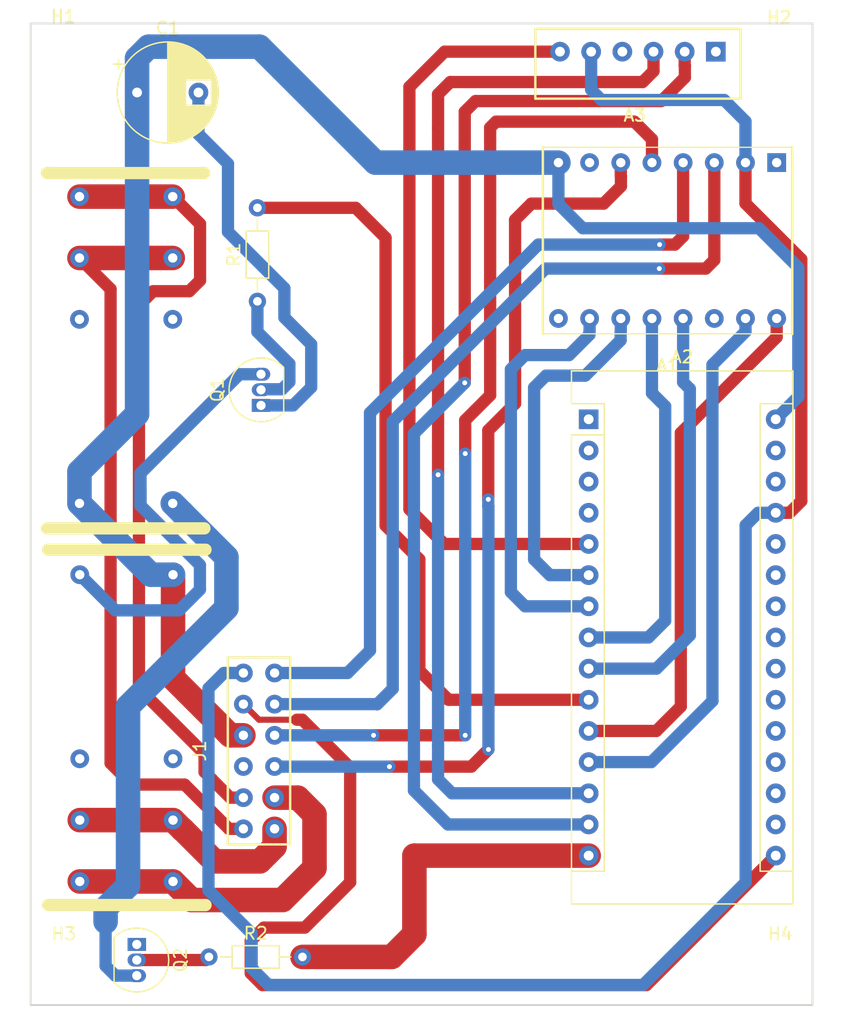
<source format=kicad_pcb>
(kicad_pcb (version 20171130) (host pcbnew "(5.0.0-3-g5ebb6b6)")

  (general
    (thickness 1.6)
    (drawings 4)
    (tracks 259)
    (zones 0)
    (modules 15)
    (nets 48)
  )

  (page A4)
  (layers
    (0 F.Cu signal)
    (31 B.Cu signal)
    (32 B.Adhes user)
    (33 F.Adhes user)
    (34 B.Paste user)
    (35 F.Paste user)
    (36 B.SilkS user)
    (37 F.SilkS user)
    (38 B.Mask user)
    (39 F.Mask user)
    (40 Dwgs.User user)
    (41 Cmts.User user)
    (42 Eco1.User user)
    (43 Eco2.User user)
    (44 Edge.Cuts user)
    (45 Margin user)
    (46 B.CrtYd user)
    (47 F.CrtYd user)
    (48 B.Fab user)
    (49 F.Fab user)
  )

  (setup
    (last_trace_width 1)
    (user_trace_width 0.5)
    (user_trace_width 1)
    (user_trace_width 2)
    (trace_clearance 0.2)
    (zone_clearance 0.508)
    (zone_45_only no)
    (trace_min 0.2)
    (segment_width 0.2)
    (edge_width 0.15)
    (via_size 0.8)
    (via_drill 0.4)
    (via_min_size 0.4)
    (via_min_drill 0.3)
    (uvia_size 0.3)
    (uvia_drill 0.1)
    (uvias_allowed no)
    (uvia_min_size 0.2)
    (uvia_min_drill 0.1)
    (pcb_text_width 0.3)
    (pcb_text_size 1.5 1.5)
    (mod_edge_width 0.15)
    (mod_text_size 1 1)
    (mod_text_width 0.15)
    (pad_size 1.5 1.5)
    (pad_drill 0.6)
    (pad_to_mask_clearance 0)
    (aux_axis_origin 0 0)
    (visible_elements FFFFFF7F)
    (pcbplotparams
      (layerselection 0x010fc_ffffffff)
      (usegerberextensions false)
      (usegerberattributes false)
      (usegerberadvancedattributes false)
      (creategerberjobfile false)
      (excludeedgelayer true)
      (linewidth 0.100000)
      (plotframeref false)
      (viasonmask false)
      (mode 1)
      (useauxorigin false)
      (hpglpennumber 1)
      (hpglpenspeed 20)
      (hpglpendiameter 15.000000)
      (psnegative false)
      (psa4output false)
      (plotreference true)
      (plotvalue true)
      (plotinvisibletext false)
      (padsonsilk false)
      (subtractmaskfromsilk false)
      (outputformat 1)
      (mirror false)
      (drillshape 1)
      (scaleselection 1)
      (outputdirectory ""))
  )

  (net 0 "")
  (net 1 /GND)
  (net 2 /VCC)
  (net 3 /1B)
  (net 4 /1A)
  (net 5 /2A)
  (net 6 /2B)
  (net 7 /VDD)
  (net 8 "Net-(A1-Pad9)")
  (net 9 /MS1_D4)
  (net 10 /MS2_D3)
  (net 11 /MS3_D5)
  (net 12 /RST_D6)
  (net 13 /STEP_D9)
  (net 14 /DIR_D8)
  (net 15 "Net-(A2-Pad1)")
  (net 16 "Net-(A2-Pad17)")
  (net 17 "Net-(A2-Pad2)")
  (net 18 "Net-(A2-Pad18)")
  (net 19 "Net-(A2-Pad3)")
  (net 20 "Net-(A2-Pad19)")
  (net 21 "Net-(A2-Pad20)")
  (net 22 /ENHC05_D2)
  (net 23 "Net-(A2-Pad21)")
  (net 24 "Net-(A2-Pad22)")
  (net 25 "Net-(A2-Pad23)")
  (net 26 "Net-(A2-Pad24)")
  (net 27 "Net-(A2-Pad25)")
  (net 28 /SHUTTERFLASH_D7)
  (net 29 "Net-(A2-Pad26)")
  (net 30 "Net-(A2-Pad28)")
  (net 31 /TXD_D10)
  (net 32 /RXD_D11)
  (net 33 /SHUTTERCAM_D12)
  (net 34 /ENDSTOP_D13)
  (net 35 "Net-(A3-Pad1)")
  (net 36 /SHUTTERFLASH)
  (net 37 /RTN_FLASH)
  (net 38 /RTN_CAM)
  (net 39 /SHUTTERCAM)
  (net 40 "Net-(K1-Pad4)")
  (net 41 "Net-(K1-Pad3)")
  (net 42 /COLECT_CAM)
  (net 43 /COLECT_FLASH)
  (net 44 "Net-(K2-Pad3)")
  (net 45 "Net-(K2-Pad4)")
  (net 46 "Net-(Q1-Pad2)")
  (net 47 "Net-(Q2-Pad2)")

  (net_class Default "Esta es la clase de red por defecto."
    (clearance 0.2)
    (trace_width 0.25)
    (via_dia 0.8)
    (via_drill 0.4)
    (uvia_dia 0.3)
    (uvia_drill 0.1)
    (add_net /1A)
    (add_net /1B)
    (add_net /2A)
    (add_net /2B)
    (add_net /COLECT_CAM)
    (add_net /COLECT_FLASH)
    (add_net /DIR_D8)
    (add_net /ENDSTOP_D13)
    (add_net /ENHC05_D2)
    (add_net /GND)
    (add_net /MS1_D4)
    (add_net /MS2_D3)
    (add_net /MS3_D5)
    (add_net /RST_D6)
    (add_net /RTN_CAM)
    (add_net /RTN_FLASH)
    (add_net /RXD_D11)
    (add_net /SHUTTERCAM)
    (add_net /SHUTTERCAM_D12)
    (add_net /SHUTTERFLASH)
    (add_net /SHUTTERFLASH_D7)
    (add_net /STEP_D9)
    (add_net /TXD_D10)
    (add_net /VCC)
    (add_net /VDD)
    (add_net "Net-(A1-Pad9)")
    (add_net "Net-(A2-Pad1)")
    (add_net "Net-(A2-Pad17)")
    (add_net "Net-(A2-Pad18)")
    (add_net "Net-(A2-Pad19)")
    (add_net "Net-(A2-Pad2)")
    (add_net "Net-(A2-Pad20)")
    (add_net "Net-(A2-Pad21)")
    (add_net "Net-(A2-Pad22)")
    (add_net "Net-(A2-Pad23)")
    (add_net "Net-(A2-Pad24)")
    (add_net "Net-(A2-Pad25)")
    (add_net "Net-(A2-Pad26)")
    (add_net "Net-(A2-Pad28)")
    (add_net "Net-(A2-Pad3)")
    (add_net "Net-(A3-Pad1)")
    (add_net "Net-(K1-Pad3)")
    (add_net "Net-(K1-Pad4)")
    (add_net "Net-(K2-Pad3)")
    (add_net "Net-(K2-Pad4)")
    (add_net "Net-(Q1-Pad2)")
    (add_net "Net-(Q2-Pad2)")
  )

  (module Bluetooth:HC-05 (layer F.Cu) (tedit 5CE7B153) (tstamp 5CEA5241)
    (at 165.3413 56.6039 180)
    (tags Bluetooth)
    (path /5CE69D65)
    (fp_text reference A3 (at 0.254 -3.81 180) (layer F.SilkS)
      (effects (font (size 1 1) (thickness 0.17)))
    )
    (fp_text value HC-05 (at -0.127 4.699 180) (layer F.Fab)
      (effects (font (size 1 1) (thickness 0.17)))
    )
    (fp_line (start -8 2.871) (end 8 2.871) (layer F.Fab) (width 0.12))
    (fp_line (start 8 -2.129) (end 8 2.871) (layer F.Fab) (width 0.12))
    (fp_line (start -8 -2.129) (end -8 2.871) (layer F.Fab) (width 0.12))
    (fp_line (start -8 -2.129) (end 8 -2.129) (layer F.Fab) (width 0.12))
    (fp_line (start -8.33 -2.459) (end 8.33 -2.459) (layer F.SilkS) (width 0.2))
    (fp_line (start -8.36 -2.459) (end -8.36 3.201) (layer F.SilkS) (width 0.2))
    (fp_line (start 8.36 -2.459) (end 8.36 3.201) (layer F.SilkS) (width 0.2))
    (fp_line (start -8.33 3.231) (end 8.33 3.231) (layer F.SilkS) (width 0.2))
    (pad 1 thru_hole rect (at -6.35 1.371 180) (size 1.6 1.6) (drill 0.8) (layers *.Cu *.Mask)
      (net 35 "Net-(A3-Pad1)"))
    (pad 2 thru_hole oval (at -3.81 1.371 180) (size 1.6 1.6) (drill 0.8) (layers *.Cu *.Mask)
      (net 32 /RXD_D11))
    (pad 3 thru_hole oval (at -1.27 1.371 180) (size 1.6 1.6) (drill 0.8) (layers *.Cu *.Mask)
      (net 31 /TXD_D10))
    (pad 4 thru_hole oval (at 1.27 1.371 180) (size 1.6 1.6) (drill 0.8) (layers *.Cu *.Mask)
      (net 1 /GND))
    (pad 5 thru_hole oval (at 3.81 1.371 180) (size 1.6 1.6) (drill 0.8) (layers *.Cu *.Mask)
      (net 2 /VCC))
    (pad 6 thru_hole oval (at 6.35 1.371 180) (size 1.6 1.6) (drill 0.8) (layers *.Cu *.Mask)
      (net 22 /ENHC05_D2))
  )

  (module Drivers:A4988 (layer F.Cu) (tedit 5CCC7C1E) (tstamp 5CEA51F2)
    (at 167.7543 70.6247 180)
    (path /5CE69C62)
    (fp_text reference A1 (at 0 -10.16 180) (layer F.SilkS)
      (effects (font (size 1 1) (thickness 0.15)))
    )
    (fp_text value A4988 (at 0 10.16 180) (layer F.Fab)
      (effects (font (size 1 1) (thickness 0.15)))
    )
    (fp_line (start 10.15 7.6) (end 10.15 -7.6) (layer F.Fab) (width 0.1016))
    (fp_line (start -10.15 7.6) (end -10.15 -7.6) (layer F.Fab) (width 0.1016))
    (fp_line (start 10.15 -7.6) (end -10.15 -7.6) (layer F.SilkS) (width 0.1016))
    (fp_line (start 10.15 7.6) (end -10.15 7.6) (layer F.SilkS) (width 0.1016))
    (fp_line (start -10.16 7.62) (end -10.16 -7.62) (layer F.SilkS) (width 0.2032))
    (fp_line (start 10.16 7.62) (end 10.16 -7.62) (layer F.SilkS) (width 0.2032))
    (pad 1 thru_hole rect (at -8.89 6.35 180) (size 1.524 1.524) (drill oval 0.762) (layers *.Cu *.Mask)
      (net 1 /GND))
    (pad 2 thru_hole circle (at -6.35 6.35 180) (size 1.524 1.524) (drill 0.762) (layers *.Cu *.Mask)
      (net 2 /VCC))
    (pad 3 thru_hole circle (at -3.81 6.35 180) (size 1.524 1.524) (drill 0.762) (layers *.Cu *.Mask)
      (net 3 /1B))
    (pad 4 thru_hole circle (at -1.27 6.35 180) (size 1.524 1.524) (drill 0.762) (layers *.Cu *.Mask)
      (net 4 /1A))
    (pad 5 thru_hole circle (at 1.27 6.35 180) (size 1.524 1.524) (drill 0.762) (layers *.Cu *.Mask)
      (net 5 /2A))
    (pad 6 thru_hole circle (at 3.81 6.35 180) (size 1.524 1.524) (drill 0.762) (layers *.Cu *.Mask)
      (net 6 /2B))
    (pad 7 thru_hole circle (at 6.35 6.35 180) (size 1.524 1.524) (drill 0.762) (layers *.Cu *.Mask)
      (net 1 /GND))
    (pad 8 thru_hole circle (at 8.89 6.35 180) (size 1.524 1.524) (drill 0.762) (layers *.Cu *.Mask)
      (net 7 /VDD))
    (pad 9 thru_hole circle (at 8.89 -6.35 180) (size 1.524 1.524) (drill 0.762) (layers *.Cu *.Mask)
      (net 8 "Net-(A1-Pad9)"))
    (pad 10 thru_hole circle (at 6.35 -6.35 180) (size 1.524 1.524) (drill 0.762) (layers *.Cu *.Mask)
      (net 9 /MS1_D4))
    (pad 11 thru_hole circle (at 3.81 -6.35 180) (size 1.524 1.524) (drill 0.762) (layers *.Cu *.Mask)
      (net 10 /MS2_D3))
    (pad 12 thru_hole circle (at 1.27 -6.35 180) (size 1.524 1.524) (drill 0.762) (layers *.Cu *.Mask)
      (net 11 /MS3_D5))
    (pad 13 thru_hole circle (at -1.27 -6.35 180) (size 1.524 1.524) (drill 0.762) (layers *.Cu *.Mask)
      (net 12 /RST_D6))
    (pad 14 thru_hole circle (at -3.81 -6.35 180) (size 1.524 1.524) (drill 0.762) (layers *.Cu *.Mask)
      (net 12 /RST_D6))
    (pad 15 thru_hole circle (at -6.35 -6.35 180) (size 1.524 1.524) (drill 0.762) (layers *.Cu *.Mask)
      (net 13 /STEP_D9))
    (pad 16 thru_hole circle (at -8.89 -6.35 180) (size 1.524 1.524) (drill 0.762) (layers *.Cu *.Mask)
      (net 14 /DIR_D8))
  )

  (module Module:Arduino_Nano (layer F.Cu) (tedit 58ACAF70) (tstamp 5CEA522F)
    (at 161.3281 85.1916)
    (descr "Arduino Nano, http://www.mouser.com/pdfdocs/Gravitech_Arduino_Nano3_0.pdf")
    (tags "Arduino Nano")
    (path /5CE6A2C6)
    (fp_text reference A2 (at 7.62 -5.08) (layer F.SilkS)
      (effects (font (size 1 1) (thickness 0.15)))
    )
    (fp_text value Arduino_Nano_v3.x (at 8.89 19.05 90) (layer F.Fab)
      (effects (font (size 1 1) (thickness 0.15)))
    )
    (fp_text user %R (at 6.35 19.05 90) (layer F.Fab)
      (effects (font (size 1 1) (thickness 0.15)))
    )
    (fp_line (start 1.27 1.27) (end 1.27 -1.27) (layer F.SilkS) (width 0.12))
    (fp_line (start 1.27 -1.27) (end -1.4 -1.27) (layer F.SilkS) (width 0.12))
    (fp_line (start -1.4 1.27) (end -1.4 39.5) (layer F.SilkS) (width 0.12))
    (fp_line (start -1.4 -3.94) (end -1.4 -1.27) (layer F.SilkS) (width 0.12))
    (fp_line (start 13.97 -1.27) (end 16.64 -1.27) (layer F.SilkS) (width 0.12))
    (fp_line (start 13.97 -1.27) (end 13.97 36.83) (layer F.SilkS) (width 0.12))
    (fp_line (start 13.97 36.83) (end 16.64 36.83) (layer F.SilkS) (width 0.12))
    (fp_line (start 1.27 1.27) (end -1.4 1.27) (layer F.SilkS) (width 0.12))
    (fp_line (start 1.27 1.27) (end 1.27 36.83) (layer F.SilkS) (width 0.12))
    (fp_line (start 1.27 36.83) (end -1.4 36.83) (layer F.SilkS) (width 0.12))
    (fp_line (start 3.81 31.75) (end 11.43 31.75) (layer F.Fab) (width 0.1))
    (fp_line (start 11.43 31.75) (end 11.43 41.91) (layer F.Fab) (width 0.1))
    (fp_line (start 11.43 41.91) (end 3.81 41.91) (layer F.Fab) (width 0.1))
    (fp_line (start 3.81 41.91) (end 3.81 31.75) (layer F.Fab) (width 0.1))
    (fp_line (start -1.4 39.5) (end 16.64 39.5) (layer F.SilkS) (width 0.12))
    (fp_line (start 16.64 39.5) (end 16.64 -3.94) (layer F.SilkS) (width 0.12))
    (fp_line (start 16.64 -3.94) (end -1.4 -3.94) (layer F.SilkS) (width 0.12))
    (fp_line (start 16.51 39.37) (end -1.27 39.37) (layer F.Fab) (width 0.1))
    (fp_line (start -1.27 39.37) (end -1.27 -2.54) (layer F.Fab) (width 0.1))
    (fp_line (start -1.27 -2.54) (end 0 -3.81) (layer F.Fab) (width 0.1))
    (fp_line (start 0 -3.81) (end 16.51 -3.81) (layer F.Fab) (width 0.1))
    (fp_line (start 16.51 -3.81) (end 16.51 39.37) (layer F.Fab) (width 0.1))
    (fp_line (start -1.53 -4.06) (end 16.75 -4.06) (layer F.CrtYd) (width 0.05))
    (fp_line (start -1.53 -4.06) (end -1.53 42.16) (layer F.CrtYd) (width 0.05))
    (fp_line (start 16.75 42.16) (end 16.75 -4.06) (layer F.CrtYd) (width 0.05))
    (fp_line (start 16.75 42.16) (end -1.53 42.16) (layer F.CrtYd) (width 0.05))
    (pad 1 thru_hole rect (at 0 0) (size 1.6 1.6) (drill 0.8) (layers *.Cu *.Mask)
      (net 15 "Net-(A2-Pad1)"))
    (pad 17 thru_hole oval (at 15.24 33.02) (size 1.6 1.6) (drill 0.8) (layers *.Cu *.Mask)
      (net 16 "Net-(A2-Pad17)"))
    (pad 2 thru_hole oval (at 0 2.54) (size 1.6 1.6) (drill 0.8) (layers *.Cu *.Mask)
      (net 17 "Net-(A2-Pad2)"))
    (pad 18 thru_hole oval (at 15.24 30.48) (size 1.6 1.6) (drill 0.8) (layers *.Cu *.Mask)
      (net 18 "Net-(A2-Pad18)"))
    (pad 3 thru_hole oval (at 0 5.08) (size 1.6 1.6) (drill 0.8) (layers *.Cu *.Mask)
      (net 19 "Net-(A2-Pad3)"))
    (pad 19 thru_hole oval (at 15.24 27.94) (size 1.6 1.6) (drill 0.8) (layers *.Cu *.Mask)
      (net 20 "Net-(A2-Pad19)"))
    (pad 4 thru_hole oval (at 0 7.62) (size 1.6 1.6) (drill 0.8) (layers *.Cu *.Mask)
      (net 1 /GND))
    (pad 20 thru_hole oval (at 15.24 25.4) (size 1.6 1.6) (drill 0.8) (layers *.Cu *.Mask)
      (net 21 "Net-(A2-Pad20)"))
    (pad 5 thru_hole oval (at 0 10.16) (size 1.6 1.6) (drill 0.8) (layers *.Cu *.Mask)
      (net 22 /ENHC05_D2))
    (pad 21 thru_hole oval (at 15.24 22.86) (size 1.6 1.6) (drill 0.8) (layers *.Cu *.Mask)
      (net 23 "Net-(A2-Pad21)"))
    (pad 6 thru_hole oval (at 0 12.7) (size 1.6 1.6) (drill 0.8) (layers *.Cu *.Mask)
      (net 10 /MS2_D3))
    (pad 22 thru_hole oval (at 15.24 20.32) (size 1.6 1.6) (drill 0.8) (layers *.Cu *.Mask)
      (net 24 "Net-(A2-Pad22)"))
    (pad 7 thru_hole oval (at 0 15.24) (size 1.6 1.6) (drill 0.8) (layers *.Cu *.Mask)
      (net 9 /MS1_D4))
    (pad 23 thru_hole oval (at 15.24 17.78) (size 1.6 1.6) (drill 0.8) (layers *.Cu *.Mask)
      (net 25 "Net-(A2-Pad23)"))
    (pad 8 thru_hole oval (at 0 17.78) (size 1.6 1.6) (drill 0.8) (layers *.Cu *.Mask)
      (net 11 /MS3_D5))
    (pad 24 thru_hole oval (at 15.24 15.24) (size 1.6 1.6) (drill 0.8) (layers *.Cu *.Mask)
      (net 26 "Net-(A2-Pad24)"))
    (pad 9 thru_hole oval (at 0 20.32) (size 1.6 1.6) (drill 0.8) (layers *.Cu *.Mask)
      (net 12 /RST_D6))
    (pad 25 thru_hole oval (at 15.24 12.7) (size 1.6 1.6) (drill 0.8) (layers *.Cu *.Mask)
      (net 27 "Net-(A2-Pad25)"))
    (pad 10 thru_hole oval (at 0 22.86) (size 1.6 1.6) (drill 0.8) (layers *.Cu *.Mask)
      (net 28 /SHUTTERFLASH_D7))
    (pad 26 thru_hole oval (at 15.24 10.16) (size 1.6 1.6) (drill 0.8) (layers *.Cu *.Mask)
      (net 29 "Net-(A2-Pad26)"))
    (pad 11 thru_hole oval (at 0 25.4) (size 1.6 1.6) (drill 0.8) (layers *.Cu *.Mask)
      (net 14 /DIR_D8))
    (pad 27 thru_hole oval (at 15.24 7.62) (size 1.6 1.6) (drill 0.8) (layers *.Cu *.Mask)
      (net 2 /VCC))
    (pad 12 thru_hole oval (at 0 27.94) (size 1.6 1.6) (drill 0.8) (layers *.Cu *.Mask)
      (net 13 /STEP_D9))
    (pad 28 thru_hole oval (at 15.24 5.08) (size 1.6 1.6) (drill 0.8) (layers *.Cu *.Mask)
      (net 30 "Net-(A2-Pad28)"))
    (pad 13 thru_hole oval (at 0 30.48) (size 1.6 1.6) (drill 0.8) (layers *.Cu *.Mask)
      (net 31 /TXD_D10))
    (pad 29 thru_hole oval (at 15.24 2.54) (size 1.6 1.6) (drill 0.8) (layers *.Cu *.Mask)
      (net 1 /GND))
    (pad 14 thru_hole oval (at 0 33.02) (size 1.6 1.6) (drill 0.8) (layers *.Cu *.Mask)
      (net 32 /RXD_D11))
    (pad 30 thru_hole oval (at 15.24 0) (size 1.6 1.6) (drill 0.8) (layers *.Cu *.Mask)
      (net 7 /VDD))
    (pad 15 thru_hole oval (at 0 35.56) (size 1.6 1.6) (drill 0.8) (layers *.Cu *.Mask)
      (net 33 /SHUTTERCAM_D12))
    (pad 16 thru_hole oval (at 15.24 35.56) (size 1.6 1.6) (drill 0.8) (layers *.Cu *.Mask)
      (net 34 /ENDSTOP_D13))
    (model ${KISYS3DMOD}/Module.3dshapes/Arduino_Nano_WithMountingHoles.wrl
      (at (xyz 0 0 0))
      (scale (xyz 1 1 1))
      (rotate (xyz 0 0 0))
    )
  )

  (module Capacitor_THT:CP_Radial_D8.0mm_P5.00mm (layer F.Cu) (tedit 5AE50EF0) (tstamp 5CED3AB3)
    (at 124.5362 58.5597)
    (descr "CP, Radial series, Radial, pin pitch=5.00mm, , diameter=8mm, Electrolytic Capacitor")
    (tags "CP Radial series Radial pin pitch 5.00mm  diameter 8mm Electrolytic Capacitor")
    (path /5CE6C5B5)
    (fp_text reference C1 (at 2.5 -5.25) (layer F.SilkS)
      (effects (font (size 1 1) (thickness 0.15)))
    )
    (fp_text value C (at 2.5 5.25) (layer F.Fab)
      (effects (font (size 1 1) (thickness 0.15)))
    )
    (fp_circle (center 2.5 0) (end 6.5 0) (layer F.Fab) (width 0.1))
    (fp_circle (center 2.5 0) (end 6.62 0) (layer F.SilkS) (width 0.12))
    (fp_circle (center 2.5 0) (end 6.75 0) (layer F.CrtYd) (width 0.05))
    (fp_line (start -0.926759 -1.7475) (end -0.126759 -1.7475) (layer F.Fab) (width 0.1))
    (fp_line (start -0.526759 -2.1475) (end -0.526759 -1.3475) (layer F.Fab) (width 0.1))
    (fp_line (start 2.5 -4.08) (end 2.5 4.08) (layer F.SilkS) (width 0.12))
    (fp_line (start 2.54 -4.08) (end 2.54 4.08) (layer F.SilkS) (width 0.12))
    (fp_line (start 2.58 -4.08) (end 2.58 4.08) (layer F.SilkS) (width 0.12))
    (fp_line (start 2.62 -4.079) (end 2.62 4.079) (layer F.SilkS) (width 0.12))
    (fp_line (start 2.66 -4.077) (end 2.66 4.077) (layer F.SilkS) (width 0.12))
    (fp_line (start 2.7 -4.076) (end 2.7 4.076) (layer F.SilkS) (width 0.12))
    (fp_line (start 2.74 -4.074) (end 2.74 4.074) (layer F.SilkS) (width 0.12))
    (fp_line (start 2.78 -4.071) (end 2.78 4.071) (layer F.SilkS) (width 0.12))
    (fp_line (start 2.82 -4.068) (end 2.82 4.068) (layer F.SilkS) (width 0.12))
    (fp_line (start 2.86 -4.065) (end 2.86 4.065) (layer F.SilkS) (width 0.12))
    (fp_line (start 2.9 -4.061) (end 2.9 4.061) (layer F.SilkS) (width 0.12))
    (fp_line (start 2.94 -4.057) (end 2.94 4.057) (layer F.SilkS) (width 0.12))
    (fp_line (start 2.98 -4.052) (end 2.98 4.052) (layer F.SilkS) (width 0.12))
    (fp_line (start 3.02 -4.048) (end 3.02 4.048) (layer F.SilkS) (width 0.12))
    (fp_line (start 3.06 -4.042) (end 3.06 4.042) (layer F.SilkS) (width 0.12))
    (fp_line (start 3.1 -4.037) (end 3.1 4.037) (layer F.SilkS) (width 0.12))
    (fp_line (start 3.14 -4.03) (end 3.14 4.03) (layer F.SilkS) (width 0.12))
    (fp_line (start 3.18 -4.024) (end 3.18 4.024) (layer F.SilkS) (width 0.12))
    (fp_line (start 3.221 -4.017) (end 3.221 4.017) (layer F.SilkS) (width 0.12))
    (fp_line (start 3.261 -4.01) (end 3.261 4.01) (layer F.SilkS) (width 0.12))
    (fp_line (start 3.301 -4.002) (end 3.301 4.002) (layer F.SilkS) (width 0.12))
    (fp_line (start 3.341 -3.994) (end 3.341 3.994) (layer F.SilkS) (width 0.12))
    (fp_line (start 3.381 -3.985) (end 3.381 3.985) (layer F.SilkS) (width 0.12))
    (fp_line (start 3.421 -3.976) (end 3.421 3.976) (layer F.SilkS) (width 0.12))
    (fp_line (start 3.461 -3.967) (end 3.461 3.967) (layer F.SilkS) (width 0.12))
    (fp_line (start 3.501 -3.957) (end 3.501 3.957) (layer F.SilkS) (width 0.12))
    (fp_line (start 3.541 -3.947) (end 3.541 3.947) (layer F.SilkS) (width 0.12))
    (fp_line (start 3.581 -3.936) (end 3.581 3.936) (layer F.SilkS) (width 0.12))
    (fp_line (start 3.621 -3.925) (end 3.621 3.925) (layer F.SilkS) (width 0.12))
    (fp_line (start 3.661 -3.914) (end 3.661 3.914) (layer F.SilkS) (width 0.12))
    (fp_line (start 3.701 -3.902) (end 3.701 3.902) (layer F.SilkS) (width 0.12))
    (fp_line (start 3.741 -3.889) (end 3.741 3.889) (layer F.SilkS) (width 0.12))
    (fp_line (start 3.781 -3.877) (end 3.781 3.877) (layer F.SilkS) (width 0.12))
    (fp_line (start 3.821 -3.863) (end 3.821 3.863) (layer F.SilkS) (width 0.12))
    (fp_line (start 3.861 -3.85) (end 3.861 3.85) (layer F.SilkS) (width 0.12))
    (fp_line (start 3.901 -3.835) (end 3.901 3.835) (layer F.SilkS) (width 0.12))
    (fp_line (start 3.941 -3.821) (end 3.941 3.821) (layer F.SilkS) (width 0.12))
    (fp_line (start 3.981 -3.805) (end 3.981 -1.04) (layer F.SilkS) (width 0.12))
    (fp_line (start 3.981 1.04) (end 3.981 3.805) (layer F.SilkS) (width 0.12))
    (fp_line (start 4.021 -3.79) (end 4.021 -1.04) (layer F.SilkS) (width 0.12))
    (fp_line (start 4.021 1.04) (end 4.021 3.79) (layer F.SilkS) (width 0.12))
    (fp_line (start 4.061 -3.774) (end 4.061 -1.04) (layer F.SilkS) (width 0.12))
    (fp_line (start 4.061 1.04) (end 4.061 3.774) (layer F.SilkS) (width 0.12))
    (fp_line (start 4.101 -3.757) (end 4.101 -1.04) (layer F.SilkS) (width 0.12))
    (fp_line (start 4.101 1.04) (end 4.101 3.757) (layer F.SilkS) (width 0.12))
    (fp_line (start 4.141 -3.74) (end 4.141 -1.04) (layer F.SilkS) (width 0.12))
    (fp_line (start 4.141 1.04) (end 4.141 3.74) (layer F.SilkS) (width 0.12))
    (fp_line (start 4.181 -3.722) (end 4.181 -1.04) (layer F.SilkS) (width 0.12))
    (fp_line (start 4.181 1.04) (end 4.181 3.722) (layer F.SilkS) (width 0.12))
    (fp_line (start 4.221 -3.704) (end 4.221 -1.04) (layer F.SilkS) (width 0.12))
    (fp_line (start 4.221 1.04) (end 4.221 3.704) (layer F.SilkS) (width 0.12))
    (fp_line (start 4.261 -3.686) (end 4.261 -1.04) (layer F.SilkS) (width 0.12))
    (fp_line (start 4.261 1.04) (end 4.261 3.686) (layer F.SilkS) (width 0.12))
    (fp_line (start 4.301 -3.666) (end 4.301 -1.04) (layer F.SilkS) (width 0.12))
    (fp_line (start 4.301 1.04) (end 4.301 3.666) (layer F.SilkS) (width 0.12))
    (fp_line (start 4.341 -3.647) (end 4.341 -1.04) (layer F.SilkS) (width 0.12))
    (fp_line (start 4.341 1.04) (end 4.341 3.647) (layer F.SilkS) (width 0.12))
    (fp_line (start 4.381 -3.627) (end 4.381 -1.04) (layer F.SilkS) (width 0.12))
    (fp_line (start 4.381 1.04) (end 4.381 3.627) (layer F.SilkS) (width 0.12))
    (fp_line (start 4.421 -3.606) (end 4.421 -1.04) (layer F.SilkS) (width 0.12))
    (fp_line (start 4.421 1.04) (end 4.421 3.606) (layer F.SilkS) (width 0.12))
    (fp_line (start 4.461 -3.584) (end 4.461 -1.04) (layer F.SilkS) (width 0.12))
    (fp_line (start 4.461 1.04) (end 4.461 3.584) (layer F.SilkS) (width 0.12))
    (fp_line (start 4.501 -3.562) (end 4.501 -1.04) (layer F.SilkS) (width 0.12))
    (fp_line (start 4.501 1.04) (end 4.501 3.562) (layer F.SilkS) (width 0.12))
    (fp_line (start 4.541 -3.54) (end 4.541 -1.04) (layer F.SilkS) (width 0.12))
    (fp_line (start 4.541 1.04) (end 4.541 3.54) (layer F.SilkS) (width 0.12))
    (fp_line (start 4.581 -3.517) (end 4.581 -1.04) (layer F.SilkS) (width 0.12))
    (fp_line (start 4.581 1.04) (end 4.581 3.517) (layer F.SilkS) (width 0.12))
    (fp_line (start 4.621 -3.493) (end 4.621 -1.04) (layer F.SilkS) (width 0.12))
    (fp_line (start 4.621 1.04) (end 4.621 3.493) (layer F.SilkS) (width 0.12))
    (fp_line (start 4.661 -3.469) (end 4.661 -1.04) (layer F.SilkS) (width 0.12))
    (fp_line (start 4.661 1.04) (end 4.661 3.469) (layer F.SilkS) (width 0.12))
    (fp_line (start 4.701 -3.444) (end 4.701 -1.04) (layer F.SilkS) (width 0.12))
    (fp_line (start 4.701 1.04) (end 4.701 3.444) (layer F.SilkS) (width 0.12))
    (fp_line (start 4.741 -3.418) (end 4.741 -1.04) (layer F.SilkS) (width 0.12))
    (fp_line (start 4.741 1.04) (end 4.741 3.418) (layer F.SilkS) (width 0.12))
    (fp_line (start 4.781 -3.392) (end 4.781 -1.04) (layer F.SilkS) (width 0.12))
    (fp_line (start 4.781 1.04) (end 4.781 3.392) (layer F.SilkS) (width 0.12))
    (fp_line (start 4.821 -3.365) (end 4.821 -1.04) (layer F.SilkS) (width 0.12))
    (fp_line (start 4.821 1.04) (end 4.821 3.365) (layer F.SilkS) (width 0.12))
    (fp_line (start 4.861 -3.338) (end 4.861 -1.04) (layer F.SilkS) (width 0.12))
    (fp_line (start 4.861 1.04) (end 4.861 3.338) (layer F.SilkS) (width 0.12))
    (fp_line (start 4.901 -3.309) (end 4.901 -1.04) (layer F.SilkS) (width 0.12))
    (fp_line (start 4.901 1.04) (end 4.901 3.309) (layer F.SilkS) (width 0.12))
    (fp_line (start 4.941 -3.28) (end 4.941 -1.04) (layer F.SilkS) (width 0.12))
    (fp_line (start 4.941 1.04) (end 4.941 3.28) (layer F.SilkS) (width 0.12))
    (fp_line (start 4.981 -3.25) (end 4.981 -1.04) (layer F.SilkS) (width 0.12))
    (fp_line (start 4.981 1.04) (end 4.981 3.25) (layer F.SilkS) (width 0.12))
    (fp_line (start 5.021 -3.22) (end 5.021 -1.04) (layer F.SilkS) (width 0.12))
    (fp_line (start 5.021 1.04) (end 5.021 3.22) (layer F.SilkS) (width 0.12))
    (fp_line (start 5.061 -3.189) (end 5.061 -1.04) (layer F.SilkS) (width 0.12))
    (fp_line (start 5.061 1.04) (end 5.061 3.189) (layer F.SilkS) (width 0.12))
    (fp_line (start 5.101 -3.156) (end 5.101 -1.04) (layer F.SilkS) (width 0.12))
    (fp_line (start 5.101 1.04) (end 5.101 3.156) (layer F.SilkS) (width 0.12))
    (fp_line (start 5.141 -3.124) (end 5.141 -1.04) (layer F.SilkS) (width 0.12))
    (fp_line (start 5.141 1.04) (end 5.141 3.124) (layer F.SilkS) (width 0.12))
    (fp_line (start 5.181 -3.09) (end 5.181 -1.04) (layer F.SilkS) (width 0.12))
    (fp_line (start 5.181 1.04) (end 5.181 3.09) (layer F.SilkS) (width 0.12))
    (fp_line (start 5.221 -3.055) (end 5.221 -1.04) (layer F.SilkS) (width 0.12))
    (fp_line (start 5.221 1.04) (end 5.221 3.055) (layer F.SilkS) (width 0.12))
    (fp_line (start 5.261 -3.019) (end 5.261 -1.04) (layer F.SilkS) (width 0.12))
    (fp_line (start 5.261 1.04) (end 5.261 3.019) (layer F.SilkS) (width 0.12))
    (fp_line (start 5.301 -2.983) (end 5.301 -1.04) (layer F.SilkS) (width 0.12))
    (fp_line (start 5.301 1.04) (end 5.301 2.983) (layer F.SilkS) (width 0.12))
    (fp_line (start 5.341 -2.945) (end 5.341 -1.04) (layer F.SilkS) (width 0.12))
    (fp_line (start 5.341 1.04) (end 5.341 2.945) (layer F.SilkS) (width 0.12))
    (fp_line (start 5.381 -2.907) (end 5.381 -1.04) (layer F.SilkS) (width 0.12))
    (fp_line (start 5.381 1.04) (end 5.381 2.907) (layer F.SilkS) (width 0.12))
    (fp_line (start 5.421 -2.867) (end 5.421 -1.04) (layer F.SilkS) (width 0.12))
    (fp_line (start 5.421 1.04) (end 5.421 2.867) (layer F.SilkS) (width 0.12))
    (fp_line (start 5.461 -2.826) (end 5.461 -1.04) (layer F.SilkS) (width 0.12))
    (fp_line (start 5.461 1.04) (end 5.461 2.826) (layer F.SilkS) (width 0.12))
    (fp_line (start 5.501 -2.784) (end 5.501 -1.04) (layer F.SilkS) (width 0.12))
    (fp_line (start 5.501 1.04) (end 5.501 2.784) (layer F.SilkS) (width 0.12))
    (fp_line (start 5.541 -2.741) (end 5.541 -1.04) (layer F.SilkS) (width 0.12))
    (fp_line (start 5.541 1.04) (end 5.541 2.741) (layer F.SilkS) (width 0.12))
    (fp_line (start 5.581 -2.697) (end 5.581 -1.04) (layer F.SilkS) (width 0.12))
    (fp_line (start 5.581 1.04) (end 5.581 2.697) (layer F.SilkS) (width 0.12))
    (fp_line (start 5.621 -2.651) (end 5.621 -1.04) (layer F.SilkS) (width 0.12))
    (fp_line (start 5.621 1.04) (end 5.621 2.651) (layer F.SilkS) (width 0.12))
    (fp_line (start 5.661 -2.604) (end 5.661 -1.04) (layer F.SilkS) (width 0.12))
    (fp_line (start 5.661 1.04) (end 5.661 2.604) (layer F.SilkS) (width 0.12))
    (fp_line (start 5.701 -2.556) (end 5.701 -1.04) (layer F.SilkS) (width 0.12))
    (fp_line (start 5.701 1.04) (end 5.701 2.556) (layer F.SilkS) (width 0.12))
    (fp_line (start 5.741 -2.505) (end 5.741 -1.04) (layer F.SilkS) (width 0.12))
    (fp_line (start 5.741 1.04) (end 5.741 2.505) (layer F.SilkS) (width 0.12))
    (fp_line (start 5.781 -2.454) (end 5.781 -1.04) (layer F.SilkS) (width 0.12))
    (fp_line (start 5.781 1.04) (end 5.781 2.454) (layer F.SilkS) (width 0.12))
    (fp_line (start 5.821 -2.4) (end 5.821 -1.04) (layer F.SilkS) (width 0.12))
    (fp_line (start 5.821 1.04) (end 5.821 2.4) (layer F.SilkS) (width 0.12))
    (fp_line (start 5.861 -2.345) (end 5.861 -1.04) (layer F.SilkS) (width 0.12))
    (fp_line (start 5.861 1.04) (end 5.861 2.345) (layer F.SilkS) (width 0.12))
    (fp_line (start 5.901 -2.287) (end 5.901 -1.04) (layer F.SilkS) (width 0.12))
    (fp_line (start 5.901 1.04) (end 5.901 2.287) (layer F.SilkS) (width 0.12))
    (fp_line (start 5.941 -2.228) (end 5.941 -1.04) (layer F.SilkS) (width 0.12))
    (fp_line (start 5.941 1.04) (end 5.941 2.228) (layer F.SilkS) (width 0.12))
    (fp_line (start 5.981 -2.166) (end 5.981 -1.04) (layer F.SilkS) (width 0.12))
    (fp_line (start 5.981 1.04) (end 5.981 2.166) (layer F.SilkS) (width 0.12))
    (fp_line (start 6.021 -2.102) (end 6.021 -1.04) (layer F.SilkS) (width 0.12))
    (fp_line (start 6.021 1.04) (end 6.021 2.102) (layer F.SilkS) (width 0.12))
    (fp_line (start 6.061 -2.034) (end 6.061 2.034) (layer F.SilkS) (width 0.12))
    (fp_line (start 6.101 -1.964) (end 6.101 1.964) (layer F.SilkS) (width 0.12))
    (fp_line (start 6.141 -1.89) (end 6.141 1.89) (layer F.SilkS) (width 0.12))
    (fp_line (start 6.181 -1.813) (end 6.181 1.813) (layer F.SilkS) (width 0.12))
    (fp_line (start 6.221 -1.731) (end 6.221 1.731) (layer F.SilkS) (width 0.12))
    (fp_line (start 6.261 -1.645) (end 6.261 1.645) (layer F.SilkS) (width 0.12))
    (fp_line (start 6.301 -1.552) (end 6.301 1.552) (layer F.SilkS) (width 0.12))
    (fp_line (start 6.341 -1.453) (end 6.341 1.453) (layer F.SilkS) (width 0.12))
    (fp_line (start 6.381 -1.346) (end 6.381 1.346) (layer F.SilkS) (width 0.12))
    (fp_line (start 6.421 -1.229) (end 6.421 1.229) (layer F.SilkS) (width 0.12))
    (fp_line (start 6.461 -1.098) (end 6.461 1.098) (layer F.SilkS) (width 0.12))
    (fp_line (start 6.501 -0.948) (end 6.501 0.948) (layer F.SilkS) (width 0.12))
    (fp_line (start 6.541 -0.768) (end 6.541 0.768) (layer F.SilkS) (width 0.12))
    (fp_line (start 6.581 -0.533) (end 6.581 0.533) (layer F.SilkS) (width 0.12))
    (fp_line (start -1.909698 -2.315) (end -1.109698 -2.315) (layer F.SilkS) (width 0.12))
    (fp_line (start -1.509698 -2.715) (end -1.509698 -1.915) (layer F.SilkS) (width 0.12))
    (fp_text user %R (at 2.5 0) (layer F.Fab)
      (effects (font (size 1 1) (thickness 0.15)))
    )
    (pad 1 thru_hole rect (at 0 0) (size 1.6 1.6) (drill 0.8) (layers *.Cu *.Mask)
      (net 7 /VDD))
    (pad 2 thru_hole circle (at 5 0) (size 1.6 1.6) (drill 0.8) (layers *.Cu *.Mask)
      (net 1 /GND))
    (model ${KISYS3DMOD}/Capacitor_THT.3dshapes/CP_Radial_D8.0mm_P5.00mm.wrl
      (at (xyz 0 0 0))
      (scale (xyz 1 1 1))
      (rotate (xyz 0 0 0))
    )
  )

  (module MountingHole:MountingHole_2.2mm_M2 (layer F.Cu) (tedit 56D1B4CB) (tstamp 5CEA52F2)
    (at 118.5164 55.5498)
    (descr "Mounting Hole 2.2mm, no annular, M2")
    (tags "mounting hole 2.2mm no annular m2")
    (path /5CE986D8)
    (attr virtual)
    (fp_text reference H1 (at 0 -3.2) (layer F.SilkS)
      (effects (font (size 1 1) (thickness 0.15)))
    )
    (fp_text value MountingHole (at 0 3.2) (layer F.Fab)
      (effects (font (size 1 1) (thickness 0.15)))
    )
    (fp_text user %R (at 0.3 0) (layer F.Fab)
      (effects (font (size 1 1) (thickness 0.15)))
    )
    (fp_circle (center 0 0) (end 2.2 0) (layer Cmts.User) (width 0.15))
    (fp_circle (center 0 0) (end 2.45 0) (layer F.CrtYd) (width 0.05))
    (pad 1 np_thru_hole circle (at 0 0) (size 2.2 2.2) (drill 2.2) (layers *.Cu *.Mask))
  )

  (module MountingHole:MountingHole_2.2mm_M2 (layer F.Cu) (tedit 56D1B4CB) (tstamp 5CEA52FA)
    (at 176.8348 55.6387)
    (descr "Mounting Hole 2.2mm, no annular, M2")
    (tags "mounting hole 2.2mm no annular m2")
    (path /5CE98758)
    (attr virtual)
    (fp_text reference H2 (at 0 -3.2) (layer F.SilkS)
      (effects (font (size 1 1) (thickness 0.15)))
    )
    (fp_text value MountingHole (at 0 3.2) (layer F.Fab)
      (effects (font (size 1 1) (thickness 0.15)))
    )
    (fp_circle (center 0 0) (end 2.45 0) (layer F.CrtYd) (width 0.05))
    (fp_circle (center 0 0) (end 2.2 0) (layer Cmts.User) (width 0.15))
    (fp_text user %R (at 0.3 0) (layer F.Fab)
      (effects (font (size 1 1) (thickness 0.15)))
    )
    (pad 1 np_thru_hole circle (at 0 0) (size 2.2 2.2) (drill 2.2) (layers *.Cu *.Mask))
  )

  (module MountingHole:MountingHole_2.2mm_M2 (layer F.Cu) (tedit 56D1B4CB) (tstamp 5CEA5302)
    (at 118.5672 130.3274)
    (descr "Mounting Hole 2.2mm, no annular, M2")
    (tags "mounting hole 2.2mm no annular m2")
    (path /5CE98823)
    (attr virtual)
    (fp_text reference H3 (at 0 -3.2) (layer F.SilkS)
      (effects (font (size 1 1) (thickness 0.15)))
    )
    (fp_text value MountingHole (at 0 3.2) (layer F.Fab)
      (effects (font (size 1 1) (thickness 0.15)))
    )
    (fp_text user %R (at 0.3 0) (layer F.Fab)
      (effects (font (size 1 1) (thickness 0.15)))
    )
    (fp_circle (center 0 0) (end 2.2 0) (layer Cmts.User) (width 0.15))
    (fp_circle (center 0 0) (end 2.45 0) (layer F.CrtYd) (width 0.05))
    (pad 1 np_thru_hole circle (at 0 0) (size 2.2 2.2) (drill 2.2) (layers *.Cu *.Mask))
  )

  (module MountingHole:MountingHole_2.2mm_M2 (layer F.Cu) (tedit 56D1B4CB) (tstamp 5CEA530A)
    (at 176.9237 130.3401)
    (descr "Mounting Hole 2.2mm, no annular, M2")
    (tags "mounting hole 2.2mm no annular m2")
    (path /5CE9882A)
    (attr virtual)
    (fp_text reference H4 (at 0 -3.2) (layer F.SilkS)
      (effects (font (size 1 1) (thickness 0.15)))
    )
    (fp_text value MountingHole (at 0 3.2) (layer F.Fab)
      (effects (font (size 1 1) (thickness 0.15)))
    )
    (fp_circle (center 0 0) (end 2.45 0) (layer F.CrtYd) (width 0.05))
    (fp_circle (center 0 0) (end 2.2 0) (layer Cmts.User) (width 0.15))
    (fp_text user %R (at 0.3 0) (layer F.Fab)
      (effects (font (size 1 1) (thickness 0.15)))
    )
    (pad 1 np_thru_hole circle (at 0 0) (size 2.2 2.2) (drill 2.2) (layers *.Cu *.Mask))
  )

  (module "Conectores:2x16 2.54" (layer F.Cu) (tedit 5CCC9659) (tstamp 5CEA5322)
    (at 134.4676 112.2172 270)
    (path /5CE69F2E)
    (fp_text reference J1 (at 0 4.826 270) (layer F.SilkS)
      (effects (font (size 1 1) (thickness 0.15)))
    )
    (fp_text value Conn_02x06_Counter_Clockwise (at 0 -4.826 270) (layer F.Fab)
      (effects (font (size 1 1) (thickness 0.15)))
    )
    (fp_line (start -7.62 -2.54) (end 7.62 -2.54) (layer F.SilkS) (width 0.2))
    (fp_line (start 7.62 -2.54) (end 7.62 2.54) (layer F.SilkS) (width 0.2))
    (fp_line (start 7.62 2.54) (end -7.62 2.54) (layer F.SilkS) (width 0.2))
    (fp_line (start -7.62 2.54) (end -7.62 -2.54) (layer F.SilkS) (width 0.2))
    (fp_line (start -8.128 -3.048) (end 8.128 -3.048) (layer F.Fab) (width 0.2))
    (fp_line (start 8.128 -3.048) (end 8.128 3.048) (layer F.Fab) (width 0.2))
    (fp_line (start 8.128 3.048) (end -8.128 3.048) (layer F.Fab) (width 0.2))
    (fp_line (start -8.128 3.048) (end -8.128 -3.048) (layer F.Fab) (width 0.2))
    (pad 1 thru_hole circle (at -6.35 -1.27 270) (size 1.524 1.524) (drill 0.762) (layers *.Cu *.Mask)
      (net 4 /1A))
    (pad 2 thru_hole circle (at -3.81 -1.27 270) (size 1.524 1.524) (drill 0.762) (layers *.Cu *.Mask)
      (net 3 /1B))
    (pad 3 thru_hole circle (at -1.27 -1.27 270) (size 1.524 1.524) (drill 0.762) (layers *.Cu *.Mask)
      (net 5 /2A))
    (pad 4 thru_hole circle (at 1.27 -1.27 270) (size 1.524 1.524) (drill 0.762) (layers *.Cu *.Mask)
      (net 6 /2B))
    (pad 5 thru_hole circle (at 3.81 -1.27 270) (size 1.524 1.524) (drill 0.762) (layers *.Cu *.Mask)
      (net 36 /SHUTTERFLASH))
    (pad 6 thru_hole circle (at 6.35 -1.27 270) (size 1.524 1.524) (drill 0.762) (layers *.Cu *.Mask)
      (net 37 /RTN_FLASH))
    (pad 8 thru_hole circle (at 6.35 1.27 270) (size 1.524 1.524) (drill 0.762) (layers *.Cu *.Mask)
      (net 38 /RTN_CAM))
    (pad 7 thru_hole circle (at 3.81 1.27 270) (size 1.524 1.524) (drill 0.762) (layers *.Cu *.Mask)
      (net 39 /SHUTTERCAM))
    (pad 9 thru_hole circle (at 1.27 1.27 270) (size 1.524 1.524) (drill 0.762) (layers *.Cu *.Mask)
      (net 1 /GND))
    (pad 10 thru_hole circle (at -1.27 1.27 270) (size 1.524 1.524) (drill 0.762) (layers *.Cu *.Mask)
      (net 7 /VDD))
    (pad 11 thru_hole circle (at -3.81 1.27 270) (size 1.524 1.524) (drill 0.762) (layers *.Cu *.Mask)
      (net 34 /ENDSTOP_D13))
    (pad 12 thru_hole circle (at -6.35 1.27 270) (size 1.524 1.524) (drill 0.762) (layers *.Cu *.Mask)
      (net 2 /VCC))
  )

  (module Reles:SMIH-12VDC-SL-C (layer F.Cu) (tedit 5CE6FF42) (tstamp 5CEA5334)
    (at 123.2916 80.3656 90)
    (path /5CE6A857)
    (fp_text reference K1 (at 0.21 9.33 90) (layer F.SilkS) hide
      (effects (font (size 1 1) (thickness 0.15)))
    )
    (fp_text value SMIH-12VDC-SL-C (at 0.04 -8.93 90) (layer F.Fab)
      (effects (font (size 1 1) (thickness 0.15)))
    )
    (fp_line (start 15.24 -6.096) (end 15.24 6.731) (layer F.SilkS) (width 1))
    (fp_line (start -13.716 -6.096) (end -13.716 6.731) (layer F.SilkS) (width 1))
    (fp_line (start 15.23 6.76) (end 15.23 -6.06) (layer F.Fab) (width 1))
    (fp_line (start -13.77 6.76) (end 15.23 6.76) (layer F.Fab) (width 1))
    (fp_line (start -13.77 -6.06) (end 15.23 -6.06) (layer F.Fab) (width 1))
    (fp_line (start -13.77 -6.06) (end -13.77 6.54) (layer F.Fab) (width 1))
    (pad 8 thru_hole circle (at 13.32 4.15 90) (size 1.524 1.524) (drill 0.762) (layers *.Cu *.Mask)
      (net 39 /SHUTTERCAM))
    (pad 7 thru_hole circle (at 13.32 -3.45 90) (size 1.524 1.524) (drill 0.762) (layers *.Cu *.Mask)
      (net 39 /SHUTTERCAM))
    (pad 6 thru_hole circle (at 8.32 4.15 90) (size 1.524 1.524) (drill 0.762) (layers *.Cu *.Mask)
      (net 38 /RTN_CAM))
    (pad 5 thru_hole circle (at 8.32 -3.45 90) (size 1.524 1.524) (drill 0.762) (layers *.Cu *.Mask)
      (net 38 /RTN_CAM))
    (pad 4 thru_hole circle (at 3.32 4.15 90) (size 1.524 1.524) (drill 0.762) (layers *.Cu *.Mask)
      (net 40 "Net-(K1-Pad4)"))
    (pad 3 thru_hole circle (at 3.32 -3.45 90) (size 1.524 1.524) (drill 0.762) (layers *.Cu *.Mask)
      (net 41 "Net-(K1-Pad3)"))
    (pad 2 thru_hole circle (at -11.68 4.15 90) (size 1.524 1.524) (drill 0.762) (layers *.Cu *.Mask)
      (net 42 /COLECT_CAM))
    (pad 1 thru_hole circle (at -11.68 -3.45 90) (size 1.524 1.524) (drill 0.762) (layers *.Cu *.Mask)
      (net 7 /VDD))
  )

  (module Reles:SMIH-12VDC-SL-C (layer F.Cu) (tedit 5CE6FF42) (tstamp 5CEA5346)
    (at 124.0155 109.5375 270)
    (path /5CE6A75A)
    (fp_text reference K2 (at 0.21 9.33 270) (layer F.SilkS) hide
      (effects (font (size 1 1) (thickness 0.15)))
    )
    (fp_text value SMIH-12VDC-SL-C (at 0.04 -8.93 270) (layer F.Fab)
      (effects (font (size 1 1) (thickness 0.15)))
    )
    (fp_line (start -13.77 -6.06) (end -13.77 6.54) (layer F.Fab) (width 1))
    (fp_line (start -13.77 -6.06) (end 15.23 -6.06) (layer F.Fab) (width 1))
    (fp_line (start -13.77 6.76) (end 15.23 6.76) (layer F.Fab) (width 1))
    (fp_line (start 15.23 6.76) (end 15.23 -6.06) (layer F.Fab) (width 1))
    (fp_line (start -13.716 -6.096) (end -13.716 6.731) (layer F.SilkS) (width 1))
    (fp_line (start 15.24 -6.096) (end 15.24 6.731) (layer F.SilkS) (width 1))
    (pad 1 thru_hole circle (at -11.68 -3.45 270) (size 1.524 1.524) (drill 0.762) (layers *.Cu *.Mask)
      (net 7 /VDD))
    (pad 2 thru_hole circle (at -11.68 4.15 270) (size 1.524 1.524) (drill 0.762) (layers *.Cu *.Mask)
      (net 43 /COLECT_FLASH))
    (pad 3 thru_hole circle (at 3.32 -3.45 270) (size 1.524 1.524) (drill 0.762) (layers *.Cu *.Mask)
      (net 44 "Net-(K2-Pad3)"))
    (pad 4 thru_hole circle (at 3.32 4.15 270) (size 1.524 1.524) (drill 0.762) (layers *.Cu *.Mask)
      (net 45 "Net-(K2-Pad4)"))
    (pad 5 thru_hole circle (at 8.32 -3.45 270) (size 1.524 1.524) (drill 0.762) (layers *.Cu *.Mask)
      (net 37 /RTN_FLASH))
    (pad 6 thru_hole circle (at 8.32 4.15 270) (size 1.524 1.524) (drill 0.762) (layers *.Cu *.Mask)
      (net 37 /RTN_FLASH))
    (pad 7 thru_hole circle (at 13.32 -3.45 270) (size 1.524 1.524) (drill 0.762) (layers *.Cu *.Mask)
      (net 36 /SHUTTERFLASH))
    (pad 8 thru_hole circle (at 13.32 4.15 270) (size 1.524 1.524) (drill 0.762) (layers *.Cu *.Mask)
      (net 36 /SHUTTERFLASH))
  )

  (module Package_TO_SOT_THT:TO-92_Inline (layer F.Cu) (tedit 5A1DD157) (tstamp 5CEA5358)
    (at 134.6327 84.0613 90)
    (descr "TO-92 leads in-line, narrow, oval pads, drill 0.75mm (see NXP sot054_po.pdf)")
    (tags "to-92 sc-43 sc-43a sot54 PA33 transistor")
    (path /5CE6989E)
    (fp_text reference Q1 (at 1.27 -3.56 90) (layer F.SilkS)
      (effects (font (size 1 1) (thickness 0.15)))
    )
    (fp_text value 2N3904 (at 1.27 2.79 90) (layer F.Fab)
      (effects (font (size 1 1) (thickness 0.15)))
    )
    (fp_text user %R (at 1.27 -3.56 90) (layer F.Fab)
      (effects (font (size 1 1) (thickness 0.15)))
    )
    (fp_line (start -0.53 1.85) (end 3.07 1.85) (layer F.SilkS) (width 0.12))
    (fp_line (start -0.5 1.75) (end 3 1.75) (layer F.Fab) (width 0.1))
    (fp_line (start -1.46 -2.73) (end 4 -2.73) (layer F.CrtYd) (width 0.05))
    (fp_line (start -1.46 -2.73) (end -1.46 2.01) (layer F.CrtYd) (width 0.05))
    (fp_line (start 4 2.01) (end 4 -2.73) (layer F.CrtYd) (width 0.05))
    (fp_line (start 4 2.01) (end -1.46 2.01) (layer F.CrtYd) (width 0.05))
    (fp_arc (start 1.27 0) (end 1.27 -2.48) (angle 135) (layer F.Fab) (width 0.1))
    (fp_arc (start 1.27 0) (end 1.27 -2.6) (angle -135) (layer F.SilkS) (width 0.12))
    (fp_arc (start 1.27 0) (end 1.27 -2.48) (angle -135) (layer F.Fab) (width 0.1))
    (fp_arc (start 1.27 0) (end 1.27 -2.6) (angle 135) (layer F.SilkS) (width 0.12))
    (pad 2 thru_hole oval (at 1.27 0 90) (size 1.05 1.5) (drill 0.75) (layers *.Cu *.Mask)
      (net 46 "Net-(Q1-Pad2)"))
    (pad 3 thru_hole oval (at 2.54 0 90) (size 1.05 1.5) (drill 0.75) (layers *.Cu *.Mask)
      (net 43 /COLECT_FLASH))
    (pad 1 thru_hole rect (at 0 0 90) (size 1.05 1.5) (drill 0.75) (layers *.Cu *.Mask)
      (net 1 /GND))
    (model ${KISYS3DMOD}/Package_TO_SOT_THT.3dshapes/TO-92_Inline.wrl
      (at (xyz 0 0 0))
      (scale (xyz 1 1 1))
      (rotate (xyz 0 0 0))
    )
  )

  (module Package_TO_SOT_THT:TO-92_Inline (layer F.Cu) (tedit 5A1DD157) (tstamp 5CEA536A)
    (at 124.5108 127.9906 270)
    (descr "TO-92 leads in-line, narrow, oval pads, drill 0.75mm (see NXP sot054_po.pdf)")
    (tags "to-92 sc-43 sc-43a sot54 PA33 transistor")
    (path /5CE69958)
    (fp_text reference Q2 (at 1.27 -3.56 270) (layer F.SilkS)
      (effects (font (size 1 1) (thickness 0.15)))
    )
    (fp_text value 2N3904 (at 1.27 2.79 270) (layer F.Fab)
      (effects (font (size 1 1) (thickness 0.15)))
    )
    (fp_arc (start 1.27 0) (end 1.27 -2.6) (angle 135) (layer F.SilkS) (width 0.12))
    (fp_arc (start 1.27 0) (end 1.27 -2.48) (angle -135) (layer F.Fab) (width 0.1))
    (fp_arc (start 1.27 0) (end 1.27 -2.6) (angle -135) (layer F.SilkS) (width 0.12))
    (fp_arc (start 1.27 0) (end 1.27 -2.48) (angle 135) (layer F.Fab) (width 0.1))
    (fp_line (start 4 2.01) (end -1.46 2.01) (layer F.CrtYd) (width 0.05))
    (fp_line (start 4 2.01) (end 4 -2.73) (layer F.CrtYd) (width 0.05))
    (fp_line (start -1.46 -2.73) (end -1.46 2.01) (layer F.CrtYd) (width 0.05))
    (fp_line (start -1.46 -2.73) (end 4 -2.73) (layer F.CrtYd) (width 0.05))
    (fp_line (start -0.5 1.75) (end 3 1.75) (layer F.Fab) (width 0.1))
    (fp_line (start -0.53 1.85) (end 3.07 1.85) (layer F.SilkS) (width 0.12))
    (fp_text user %R (at 1.27 -3.56 270) (layer F.Fab)
      (effects (font (size 1 1) (thickness 0.15)))
    )
    (pad 1 thru_hole rect (at 0 0 270) (size 1.05 1.5) (drill 0.75) (layers *.Cu *.Mask)
      (net 1 /GND))
    (pad 3 thru_hole oval (at 2.54 0 270) (size 1.05 1.5) (drill 0.75) (layers *.Cu *.Mask)
      (net 42 /COLECT_CAM))
    (pad 2 thru_hole oval (at 1.27 0 270) (size 1.05 1.5) (drill 0.75) (layers *.Cu *.Mask)
      (net 47 "Net-(Q2-Pad2)"))
    (model ${KISYS3DMOD}/Package_TO_SOT_THT.3dshapes/TO-92_Inline.wrl
      (at (xyz 0 0 0))
      (scale (xyz 1 1 1))
      (rotate (xyz 0 0 0))
    )
  )

  (module Resistor_THT:R_Axial_DIN0204_L3.6mm_D1.6mm_P7.62mm_Horizontal (layer F.Cu) (tedit 5AE5139B) (tstamp 5CECE9A4)
    (at 134.3406 75.5777 90)
    (descr "Resistor, Axial_DIN0204 series, Axial, Horizontal, pin pitch=7.62mm, 0.167W, length*diameter=3.6*1.6mm^2, http://cdn-reichelt.de/documents/datenblatt/B400/1_4W%23YAG.pdf")
    (tags "Resistor Axial_DIN0204 series Axial Horizontal pin pitch 7.62mm 0.167W length 3.6mm diameter 1.6mm")
    (path /5CE6BC67)
    (fp_text reference R1 (at 3.81 -1.92 90) (layer F.SilkS)
      (effects (font (size 1 1) (thickness 0.15)))
    )
    (fp_text value R (at 3.81 1.92 90) (layer F.Fab)
      (effects (font (size 1 1) (thickness 0.15)))
    )
    (fp_line (start 2.01 -0.8) (end 2.01 0.8) (layer F.Fab) (width 0.1))
    (fp_line (start 2.01 0.8) (end 5.61 0.8) (layer F.Fab) (width 0.1))
    (fp_line (start 5.61 0.8) (end 5.61 -0.8) (layer F.Fab) (width 0.1))
    (fp_line (start 5.61 -0.8) (end 2.01 -0.8) (layer F.Fab) (width 0.1))
    (fp_line (start 0 0) (end 2.01 0) (layer F.Fab) (width 0.1))
    (fp_line (start 7.62 0) (end 5.61 0) (layer F.Fab) (width 0.1))
    (fp_line (start 1.89 -0.92) (end 1.89 0.92) (layer F.SilkS) (width 0.12))
    (fp_line (start 1.89 0.92) (end 5.73 0.92) (layer F.SilkS) (width 0.12))
    (fp_line (start 5.73 0.92) (end 5.73 -0.92) (layer F.SilkS) (width 0.12))
    (fp_line (start 5.73 -0.92) (end 1.89 -0.92) (layer F.SilkS) (width 0.12))
    (fp_line (start 0.94 0) (end 1.89 0) (layer F.SilkS) (width 0.12))
    (fp_line (start 6.68 0) (end 5.73 0) (layer F.SilkS) (width 0.12))
    (fp_line (start -0.95 -1.05) (end -0.95 1.05) (layer F.CrtYd) (width 0.05))
    (fp_line (start -0.95 1.05) (end 8.57 1.05) (layer F.CrtYd) (width 0.05))
    (fp_line (start 8.57 1.05) (end 8.57 -1.05) (layer F.CrtYd) (width 0.05))
    (fp_line (start 8.57 -1.05) (end -0.95 -1.05) (layer F.CrtYd) (width 0.05))
    (fp_text user %R (at 3.81 0 90) (layer F.Fab)
      (effects (font (size 0.72 0.72) (thickness 0.108)))
    )
    (pad 1 thru_hole circle (at 0 0 90) (size 1.4 1.4) (drill 0.7) (layers *.Cu *.Mask)
      (net 46 "Net-(Q1-Pad2)"))
    (pad 2 thru_hole oval (at 7.62 0 90) (size 1.4 1.4) (drill 0.7) (layers *.Cu *.Mask)
      (net 28 /SHUTTERFLASH_D7))
    (model ${KISYS3DMOD}/Resistor_THT.3dshapes/R_Axial_DIN0204_L3.6mm_D1.6mm_P7.62mm_Horizontal.wrl
      (at (xyz 0 0 0))
      (scale (xyz 1 1 1))
      (rotate (xyz 0 0 0))
    )
  )

  (module Resistor_THT:R_Axial_DIN0204_L3.6mm_D1.6mm_P7.62mm_Horizontal (layer F.Cu) (tedit 5AE5139B) (tstamp 5CEA5398)
    (at 130.3909 129.0066)
    (descr "Resistor, Axial_DIN0204 series, Axial, Horizontal, pin pitch=7.62mm, 0.167W, length*diameter=3.6*1.6mm^2, http://cdn-reichelt.de/documents/datenblatt/B400/1_4W%23YAG.pdf")
    (tags "Resistor Axial_DIN0204 series Axial Horizontal pin pitch 7.62mm 0.167W length 3.6mm diameter 1.6mm")
    (path /5CE6BD99)
    (fp_text reference R2 (at 3.81 -1.92) (layer F.SilkS)
      (effects (font (size 1 1) (thickness 0.15)))
    )
    (fp_text value R (at 3.81 1.92) (layer F.Fab)
      (effects (font (size 1 1) (thickness 0.15)))
    )
    (fp_text user %R (at 3.81 0) (layer F.Fab)
      (effects (font (size 0.72 0.72) (thickness 0.108)))
    )
    (fp_line (start 8.57 -1.05) (end -0.95 -1.05) (layer F.CrtYd) (width 0.05))
    (fp_line (start 8.57 1.05) (end 8.57 -1.05) (layer F.CrtYd) (width 0.05))
    (fp_line (start -0.95 1.05) (end 8.57 1.05) (layer F.CrtYd) (width 0.05))
    (fp_line (start -0.95 -1.05) (end -0.95 1.05) (layer F.CrtYd) (width 0.05))
    (fp_line (start 6.68 0) (end 5.73 0) (layer F.SilkS) (width 0.12))
    (fp_line (start 0.94 0) (end 1.89 0) (layer F.SilkS) (width 0.12))
    (fp_line (start 5.73 -0.92) (end 1.89 -0.92) (layer F.SilkS) (width 0.12))
    (fp_line (start 5.73 0.92) (end 5.73 -0.92) (layer F.SilkS) (width 0.12))
    (fp_line (start 1.89 0.92) (end 5.73 0.92) (layer F.SilkS) (width 0.12))
    (fp_line (start 1.89 -0.92) (end 1.89 0.92) (layer F.SilkS) (width 0.12))
    (fp_line (start 7.62 0) (end 5.61 0) (layer F.Fab) (width 0.1))
    (fp_line (start 0 0) (end 2.01 0) (layer F.Fab) (width 0.1))
    (fp_line (start 5.61 -0.8) (end 2.01 -0.8) (layer F.Fab) (width 0.1))
    (fp_line (start 5.61 0.8) (end 5.61 -0.8) (layer F.Fab) (width 0.1))
    (fp_line (start 2.01 0.8) (end 5.61 0.8) (layer F.Fab) (width 0.1))
    (fp_line (start 2.01 -0.8) (end 2.01 0.8) (layer F.Fab) (width 0.1))
    (pad 2 thru_hole oval (at 7.62 0) (size 1.4 1.4) (drill 0.7) (layers *.Cu *.Mask)
      (net 33 /SHUTTERCAM_D12))
    (pad 1 thru_hole circle (at 0 0) (size 1.4 1.4) (drill 0.7) (layers *.Cu *.Mask)
      (net 47 "Net-(Q2-Pad2)"))
    (model ${KISYS3DMOD}/Resistor_THT.3dshapes/R_Axial_DIN0204_L3.6mm_D1.6mm_P7.62mm_Horizontal.wrl
      (at (xyz 0 0 0))
      (scale (xyz 1 1 1))
      (rotate (xyz 0 0 0))
    )
  )

  (gr_line (start 115.8621 132.9309) (end 179.563014 132.9309) (layer Edge.Cuts) (width 0.15))
  (gr_line (start 179.563014 52.9336) (end 179.563014 132.933694) (layer Edge.Cuts) (width 0.15))
  (gr_line (start 115.8621 52.9336) (end 115.8621 132.933694) (layer Edge.Cuts) (width 0.15))
  (gr_line (start 115.8621 52.9336) (end 179.563014 52.9336) (layer Edge.Cuts) (width 0.15))

  (segment (start 131.9403 64.3636) (end 129.5362 61.9595) (width 1) (layer B.Cu) (net 1))
  (segment (start 131.9403 69.9135) (end 131.9403 64.3636) (width 1) (layer B.Cu) (net 1))
  (segment (start 136.5377 74.5109) (end 131.9403 69.9135) (width 1) (layer B.Cu) (net 1))
  (segment (start 136.5377 76.8985) (end 136.5377 74.5109) (width 1) (layer B.Cu) (net 1))
  (segment (start 129.5362 61.9595) (end 129.5362 58.5597) (width 1) (layer B.Cu) (net 1))
  (segment (start 138.7221 82.5881) (end 138.7221 79.0829) (width 1) (layer B.Cu) (net 1))
  (segment (start 138.7221 79.0829) (end 136.5377 76.8985) (width 1) (layer B.Cu) (net 1))
  (segment (start 137.2489 84.0613) (end 138.7221 82.5881) (width 1) (layer B.Cu) (net 1))
  (segment (start 134.6327 84.0613) (end 137.2489 84.0613) (width 1) (layer B.Cu) (net 1))
  (segment (start 174.1043 64.2747) (end 174.1043 60.9092) (width 1) (layer B.Cu) (net 2))
  (segment (start 174.1043 60.9092) (end 172.3644 59.1693) (width 1) (layer B.Cu) (net 2))
  (segment (start 172.3644 59.1693) (end 162.3695 59.1693) (width 1) (layer B.Cu) (net 2))
  (segment (start 161.5313 58.3311) (end 161.5313 55.2329) (width 1) (layer B.Cu) (net 2))
  (segment (start 162.3695 59.1693) (end 161.5313 58.3311) (width 1) (layer B.Cu) (net 2))
  (segment (start 132.11997 105.8672) (end 133.1976 105.8672) (width 1) (layer B.Cu) (net 2))
  (segment (start 176.5681 92.8116) (end 175.133 92.8116) (width 1) (layer B.Cu) (net 2))
  (segment (start 130.3528 123.571) (end 130.3528 107.1245) (width 1) (layer B.Cu) (net 2))
  (segment (start 133.8707 127.0889) (end 130.3528 123.571) (width 1) (layer B.Cu) (net 2))
  (segment (start 135.2423 131.2926) (end 133.8707 129.921) (width 1) (layer B.Cu) (net 2))
  (segment (start 174.117 93.8276) (end 174.117 122.936) (width 1) (layer B.Cu) (net 2))
  (segment (start 175.133 92.8116) (end 174.117 93.8276) (width 1) (layer B.Cu) (net 2))
  (segment (start 165.7604 131.2926) (end 135.2423 131.2926) (width 1) (layer B.Cu) (net 2))
  (segment (start 174.117 122.936) (end 165.7604 131.2926) (width 1) (layer B.Cu) (net 2))
  (segment (start 131.6101 105.8672) (end 132.11997 105.8672) (width 1) (layer B.Cu) (net 2))
  (segment (start 130.3528 107.1245) (end 131.6101 105.8672) (width 1) (layer B.Cu) (net 2))
  (segment (start 133.8707 129.921) (end 133.8707 127.0889) (width 1) (layer B.Cu) (net 2))
  (segment (start 174.1043 67.6021) (end 174.1043 64.2747) (width 1) (layer F.Cu) (net 2))
  (segment (start 178.6509 72.1487) (end 174.1043 67.6021) (width 1) (layer F.Cu) (net 2))
  (segment (start 178.6509 91.86017) (end 178.6509 72.1487) (width 1) (layer F.Cu) (net 2))
  (segment (start 177.69947 92.8116) (end 178.6509 91.86017) (width 1) (layer F.Cu) (net 2))
  (segment (start 176.5681 92.8116) (end 177.69947 92.8116) (width 1) (layer F.Cu) (net 2))
  (segment (start 171.5643 64.2747) (end 171.5643 72.2122) (width 1) (layer F.Cu) (net 3))
  (via (at 167.0812 72.9107) (size 0.8) (drill 0.4) (layers F.Cu B.Cu) (net 3))
  (segment (start 170.8658 72.9107) (end 167.0812 72.9107) (width 1) (layer F.Cu) (net 3))
  (segment (start 171.5643 72.2122) (end 170.8658 72.9107) (width 1) (layer F.Cu) (net 3))
  (segment (start 157.8102 72.9107) (end 145.3642 85.3567) (width 1) (layer B.Cu) (net 3))
  (segment (start 167.0812 72.9107) (end 157.8102 72.9107) (width 1) (layer B.Cu) (net 3))
  (segment (start 145.3642 85.3567) (end 145.3642 107.1499) (width 1) (layer B.Cu) (net 3))
  (segment (start 145.3642 107.1499) (end 144.0942 108.4199) (width 1) (layer B.Cu) (net 3))
  (segment (start 144.0815 108.4072) (end 135.7376 108.4072) (width 1) (layer B.Cu) (net 3))
  (segment (start 144.0942 108.4199) (end 144.0815 108.4072) (width 1) (layer B.Cu) (net 3))
  (segment (start 169.0243 64.2747) (end 169.0243 70.2818) (width 1) (layer F.Cu) (net 4))
  (segment (start 169.0243 70.2818) (end 168.3512 70.9549) (width 1) (layer F.Cu) (net 4))
  (via (at 167.1066 70.9549) (size 0.8) (drill 0.4) (layers F.Cu B.Cu) (net 4))
  (segment (start 168.3512 70.9549) (end 167.1066 70.9549) (width 1) (layer F.Cu) (net 4))
  (segment (start 141.6812 105.8672) (end 135.7376 105.8672) (width 1) (layer B.Cu) (net 4))
  (segment (start 157.226 70.9549) (end 143.51 84.6709) (width 1) (layer B.Cu) (net 4))
  (segment (start 143.51 104.0384) (end 141.6812 105.8672) (width 1) (layer B.Cu) (net 4))
  (segment (start 143.51 84.6709) (end 143.51 104.0384) (width 1) (layer B.Cu) (net 4))
  (segment (start 167.1066 70.9549) (end 157.226 70.9549) (width 1) (layer B.Cu) (net 4))
  (segment (start 135.7376 110.9472) (end 136.81523 110.9472) (width 1) (layer B.Cu) (net 5))
  (via (at 143.8021 110.9472) (size 0.8) (drill 0.4) (layers F.Cu B.Cu) (net 5))
  (segment (start 136.81523 110.9472) (end 143.8021 110.9472) (width 1) (layer B.Cu) (net 5))
  (segment (start 143.8021 110.9472) (end 151.2697 110.9472) (width 1) (layer F.Cu) (net 5))
  (via (at 151.2697 110.9472) (size 0.8) (drill 0.4) (layers F.Cu B.Cu) (net 5))
  (via (at 151.2697 87.9856) (size 0.8) (drill 0.4) (layers F.Cu B.Cu) (net 5))
  (segment (start 151.2697 110.9472) (end 151.2697 87.9856) (width 1) (layer B.Cu) (net 5))
  (segment (start 166.4843 62.3697) (end 166.4843 64.2747) (width 1) (layer F.Cu) (net 5))
  (segment (start 165.0492 60.9346) (end 166.4843 62.3697) (width 1) (layer F.Cu) (net 5))
  (segment (start 153.7843 60.9346) (end 165.0492 60.9346) (width 1) (layer F.Cu) (net 5))
  (segment (start 153.3017 61.4172) (end 153.7843 60.9346) (width 1) (layer F.Cu) (net 5))
  (segment (start 153.3017 83.2358) (end 153.3017 61.4172) (width 1) (layer F.Cu) (net 5))
  (segment (start 151.2697 85.2678) (end 153.3017 83.2358) (width 1) (layer F.Cu) (net 5))
  (segment (start 151.2697 87.9856) (end 151.2697 85.2678) (width 1) (layer F.Cu) (net 5))
  (segment (start 163.9443 65.35233) (end 163.957 65.36503) (width 1) (layer F.Cu) (net 6))
  (segment (start 163.9443 64.2747) (end 163.9443 65.35233) (width 1) (layer F.Cu) (net 6))
  (segment (start 163.957 65.36503) (end 163.957 66.2051) (width 1) (layer F.Cu) (net 6))
  (segment (start 163.957 66.2051) (end 162.5473 67.6148) (width 1) (layer F.Cu) (net 6))
  (segment (start 162.5473 67.6148) (end 156.6545 67.6148) (width 1) (layer F.Cu) (net 6))
  (segment (start 156.6545 67.6148) (end 155.3337 68.9356) (width 1) (layer F.Cu) (net 6))
  (segment (start 155.3337 68.9356) (end 155.3337 83.9089) (width 1) (layer F.Cu) (net 6))
  (segment (start 155.3337 83.9089) (end 153.1493 86.0933) (width 1) (layer F.Cu) (net 6))
  (segment (start 153.1493 86.0933) (end 153.1493 91.7194) (width 1) (layer F.Cu) (net 6))
  (via (at 153.1493 91.7194) (size 0.8) (drill 0.4) (layers F.Cu B.Cu) (net 6))
  (segment (start 153.1493 92.285085) (end 153.162 92.297785) (width 1) (layer B.Cu) (net 6))
  (segment (start 153.1493 91.7194) (end 153.1493 92.285085) (width 1) (layer B.Cu) (net 6))
  (segment (start 153.162 92.297785) (end 153.162 112.1029) (width 1) (layer B.Cu) (net 6))
  (via (at 153.162 112.1029) (size 0.8) (drill 0.4) (layers F.Cu B.Cu) (net 6))
  (segment (start 153.162 112.1029) (end 152.762001 112.502899) (width 1) (layer F.Cu) (net 6))
  (segment (start 152.762001 112.502899) (end 151.765 113.4999) (width 1) (layer F.Cu) (net 6))
  (segment (start 151.765 113.4999) (end 145.0975 113.4999) (width 1) (layer F.Cu) (net 6))
  (via (at 145.0975 113.4999) (size 0.8) (drill 0.4) (layers F.Cu B.Cu) (net 6))
  (segment (start 135.7503 113.4999) (end 135.7376 113.4872) (width 1) (layer B.Cu) (net 6))
  (segment (start 145.0975 113.4999) (end 135.7503 113.4999) (width 1) (layer B.Cu) (net 6))
  (segment (start 124.5362 84.7598) (end 124.5362 58.5597) (width 2) (layer B.Cu) (net 7))
  (segment (start 119.8416 89.4544) (end 124.5362 84.7598) (width 2) (layer B.Cu) (net 7))
  (segment (start 119.8416 92.0456) (end 119.8416 89.4544) (width 2) (layer B.Cu) (net 7))
  (segment (start 125.6535 97.8575) (end 119.8416 92.0456) (width 2) (layer B.Cu) (net 7))
  (segment (start 127.4655 97.8575) (end 125.6535 97.8575) (width 2) (layer B.Cu) (net 7))
  (segment (start 158.8643 64.2747) (end 143.9545 64.2747) (width 2) (layer B.Cu) (net 7))
  (segment (start 143.9545 64.2747) (end 134.5057 54.8259) (width 2) (layer B.Cu) (net 7))
  (segment (start 124.5362 55.7597) (end 124.5362 58.5597) (width 2) (layer B.Cu) (net 7))
  (segment (start 125.47 54.8259) (end 124.5362 55.7597) (width 2) (layer B.Cu) (net 7))
  (segment (start 134.5057 54.8259) (end 125.47 54.8259) (width 2) (layer B.Cu) (net 7))
  (segment (start 158.8643 67.6402) (end 158.8643 64.2747) (width 1) (layer B.Cu) (net 7))
  (segment (start 175.2092 69.6214) (end 160.8455 69.6214) (width 1) (layer B.Cu) (net 7))
  (segment (start 178.4096 83.3501) (end 178.4096 72.8218) (width 1) (layer B.Cu) (net 7))
  (segment (start 160.8455 69.6214) (end 158.8643 67.6402) (width 1) (layer B.Cu) (net 7))
  (segment (start 178.4096 72.8218) (end 175.2092 69.6214) (width 1) (layer B.Cu) (net 7))
  (segment (start 176.5681 85.1916) (end 178.4096 83.3501) (width 1) (layer B.Cu) (net 7))
  (segment (start 132.11997 110.9472) (end 133.1976 110.9472) (width 2) (layer F.Cu) (net 7))
  (segment (start 127.4655 106.29273) (end 132.11997 110.9472) (width 2) (layer F.Cu) (net 7))
  (segment (start 127.4655 97.8575) (end 127.4655 106.29273) (width 2) (layer F.Cu) (net 7))
  (segment (start 161.4043 78.05233) (end 161.3916 78.06503) (width 1) (layer B.Cu) (net 9))
  (segment (start 161.4043 76.9747) (end 161.4043 78.05233) (width 1) (layer B.Cu) (net 9))
  (segment (start 161.3916 78.06503) (end 161.3916 78.2955) (width 1) (layer B.Cu) (net 9))
  (segment (start 161.3916 78.2955) (end 159.7279 79.9592) (width 1) (layer B.Cu) (net 9))
  (segment (start 159.7279 79.9592) (end 156.1465 79.9592) (width 1) (layer B.Cu) (net 9))
  (segment (start 156.1465 79.9592) (end 154.9908 81.1149) (width 1) (layer B.Cu) (net 9))
  (segment (start 154.9908 81.1149) (end 154.9908 99.2759) (width 1) (layer B.Cu) (net 9))
  (segment (start 156.1465 100.4316) (end 161.3281 100.4316) (width 1) (layer B.Cu) (net 9))
  (segment (start 154.9908 99.2759) (end 156.1465 100.4316) (width 1) (layer B.Cu) (net 9))
  (segment (start 163.9443 78.05233) (end 163.9316 78.06503) (width 1) (layer B.Cu) (net 10))
  (segment (start 163.9443 76.9747) (end 163.9443 78.05233) (width 1) (layer B.Cu) (net 10))
  (segment (start 163.9316 78.06503) (end 163.9316 78.7527) (width 1) (layer B.Cu) (net 10))
  (segment (start 163.9316 78.7527) (end 161.0487 81.6356) (width 1) (layer B.Cu) (net 10))
  (segment (start 161.0487 81.6356) (end 157.8483 81.6356) (width 1) (layer B.Cu) (net 10))
  (segment (start 157.8483 81.6356) (end 156.8831 82.6008) (width 1) (layer B.Cu) (net 10))
  (segment (start 156.8831 82.6008) (end 156.8831 96.6089) (width 1) (layer B.Cu) (net 10))
  (segment (start 158.1658 97.8916) (end 161.3281 97.8916) (width 1) (layer B.Cu) (net 10))
  (segment (start 156.8831 96.6089) (end 158.1658 97.8916) (width 1) (layer B.Cu) (net 10))
  (segment (start 167.5638 84.1375) (end 167.5638 101.6) (width 1) (layer B.Cu) (net 11))
  (segment (start 166.1922 102.9716) (end 161.3281 102.9716) (width 1) (layer B.Cu) (net 11))
  (segment (start 167.5638 101.6) (end 166.1922 102.9716) (width 1) (layer B.Cu) (net 11))
  (segment (start 166.4843 83.058) (end 167.5638 84.1375) (width 1) (layer B.Cu) (net 11))
  (segment (start 166.4843 76.9747) (end 166.4843 83.058) (width 1) (layer B.Cu) (net 11))
  (segment (start 169.0243 76.9747) (end 169.0243 82.169) (width 1) (layer B.Cu) (net 12))
  (segment (start 169.0243 82.169) (end 169.5704 82.7151) (width 1) (layer B.Cu) (net 12))
  (segment (start 169.5704 82.7151) (end 169.5704 102.7938) (width 1) (layer B.Cu) (net 12))
  (segment (start 166.8526 105.5116) (end 161.3281 105.5116) (width 1) (layer B.Cu) (net 12))
  (segment (start 169.5704 102.7938) (end 166.8526 105.5116) (width 1) (layer B.Cu) (net 12))
  (segment (start 174.1043 78.05233) (end 171.4119 80.74473) (width 1) (layer B.Cu) (net 13))
  (segment (start 174.1043 76.9747) (end 174.1043 78.05233) (width 1) (layer B.Cu) (net 13))
  (segment (start 171.4119 80.74473) (end 171.4119 108.1532) (width 1) (layer B.Cu) (net 13))
  (segment (start 166.4335 113.1316) (end 161.3281 113.1316) (width 1) (layer B.Cu) (net 13))
  (segment (start 171.4119 108.1532) (end 166.4335 113.1316) (width 1) (layer B.Cu) (net 13))
  (segment (start 168.8338 108.5977) (end 166.8399 110.5916) (width 1) (layer F.Cu) (net 14))
  (segment (start 166.8399 110.5916) (end 161.3281 110.5916) (width 1) (layer F.Cu) (net 14))
  (segment (start 168.8338 86.3092) (end 168.8338 108.5977) (width 1) (layer F.Cu) (net 14))
  (segment (start 176.6443 78.4987) (end 168.8338 86.3092) (width 1) (layer F.Cu) (net 14))
  (segment (start 176.6443 76.9747) (end 176.6443 78.4987) (width 1) (layer F.Cu) (net 14))
  (segment (start 146.7231 58.1025) (end 146.7231 92.5195) (width 1) (layer F.Cu) (net 22))
  (segment (start 149.5552 95.3516) (end 161.3281 95.3516) (width 1) (layer F.Cu) (net 22))
  (segment (start 146.7231 92.5195) (end 149.5552 95.3516) (width 1) (layer F.Cu) (net 22))
  (segment (start 149.5927 55.2329) (end 146.7231 58.1025) (width 1) (layer F.Cu) (net 22))
  (segment (start 158.9913 55.2329) (end 149.5927 55.2329) (width 1) (layer F.Cu) (net 22))
  (segment (start 134.3406 67.9577) (end 142.3416 67.9577) (width 1) (layer F.Cu) (net 28))
  (segment (start 142.3416 67.9577) (end 144.78 70.3961) (width 1) (layer F.Cu) (net 28))
  (segment (start 144.78 70.3961) (end 144.78 93.853) (width 1) (layer F.Cu) (net 28))
  (segment (start 144.78 93.853) (end 147.5359 96.6089) (width 1) (layer F.Cu) (net 28))
  (segment (start 147.5359 96.6089) (end 147.5359 105.6767) (width 1) (layer F.Cu) (net 28))
  (segment (start 149.9108 108.0516) (end 161.3281 108.0516) (width 1) (layer F.Cu) (net 28))
  (segment (start 147.5359 105.6767) (end 149.9108 108.0516) (width 1) (layer F.Cu) (net 28))
  (via (at 149.0599 89.7128) (size 0.8) (drill 0.4) (layers F.Cu B.Cu) (net 31))
  (segment (start 149.0599 89.7128) (end 149.0599 111.7981) (width 1) (layer B.Cu) (net 31))
  (segment (start 161.3281 115.6716) (end 150.1902 115.6716) (width 1) (layer B.Cu) (net 31))
  (segment (start 149.0599 114.5413) (end 149.0599 111.7981) (width 1) (layer B.Cu) (net 31))
  (segment (start 150.1902 115.6716) (end 149.0599 114.5413) (width 1) (layer B.Cu) (net 31))
  (segment (start 149.0599 61.4553) (end 149.0599 89.7128) (width 1) (layer F.Cu) (net 31))
  (segment (start 149.0599 58.6994) (end 149.0599 61.4553) (width 1) (layer F.Cu) (net 31))
  (segment (start 150.0505 57.7088) (end 149.0599 58.6994) (width 1) (layer F.Cu) (net 31))
  (segment (start 165.7223 57.7088) (end 150.0505 57.7088) (width 1) (layer F.Cu) (net 31))
  (segment (start 166.6113 56.8198) (end 165.7223 57.7088) (width 1) (layer F.Cu) (net 31))
  (segment (start 166.6113 55.2329) (end 166.6113 56.8198) (width 1) (layer F.Cu) (net 31))
  (via (at 151.2316 82.2198) (size 0.8) (drill 0.4) (layers F.Cu B.Cu) (net 32))
  (segment (start 151.2316 62.611) (end 151.2316 82.2198) (width 1) (layer F.Cu) (net 32))
  (segment (start 147.0914 115.443) (end 149.86 118.2116) (width 1) (layer B.Cu) (net 32))
  (segment (start 149.86 118.2116) (end 161.3281 118.2116) (width 1) (layer B.Cu) (net 32))
  (segment (start 147.0914 86.36) (end 147.0914 115.443) (width 1) (layer B.Cu) (net 32))
  (segment (start 151.2316 82.2198) (end 147.0914 86.36) (width 1) (layer B.Cu) (net 32))
  (segment (start 169.1513 56.36427) (end 169.164 56.37697) (width 1) (layer F.Cu) (net 32))
  (segment (start 169.1513 55.2329) (end 169.1513 56.36427) (width 1) (layer F.Cu) (net 32))
  (segment (start 169.164 56.37697) (end 169.164 57.3405) (width 1) (layer F.Cu) (net 32))
  (segment (start 169.164 57.3405) (end 167.2463 59.2582) (width 1) (layer F.Cu) (net 32))
  (segment (start 167.2463 59.2582) (end 152.1079 59.2582) (width 1) (layer F.Cu) (net 32))
  (segment (start 151.2316 60.1345) (end 151.2316 62.611) (width 1) (layer F.Cu) (net 32))
  (segment (start 152.1079 59.2582) (end 151.2316 60.1345) (width 1) (layer F.Cu) (net 32))
  (segment (start 147.1295 120.7516) (end 161.3281 120.7516) (width 2) (layer F.Cu) (net 33))
  (segment (start 147.1295 120.7516) (end 147.1295 127.1651) (width 2) (layer F.Cu) (net 33))
  (segment (start 145.288 129.0066) (end 138.0109 129.0066) (width 2) (layer F.Cu) (net 33))
  (segment (start 147.1295 127.1651) (end 145.288 129.0066) (width 2) (layer F.Cu) (net 33))
  (segment (start 134.4676 109.6772) (end 133.1976 108.4072) (width 0.5) (layer F.Cu) (net 34))
  (segment (start 137.5537 109.6772) (end 134.4676 109.6772) (width 0.5) (layer F.Cu) (net 34))
  (segment (start 170.8658 126.4539) (end 176.5681 120.7516) (width 1) (layer F.Cu) (net 34))
  (segment (start 170.8658 126.4666) (end 170.8658 126.4539) (width 1) (layer F.Cu) (net 34))
  (segment (start 166.0271 131.3053) (end 170.8658 126.4666) (width 1) (layer F.Cu) (net 34))
  (segment (start 134.7597 131.3053) (end 166.0271 131.3053) (width 1) (layer F.Cu) (net 34))
  (segment (start 133.7945 130.3401) (end 134.7597 131.3053) (width 1) (layer F.Cu) (net 34))
  (segment (start 138.2014 126.619) (end 134.8613 126.619) (width 1) (layer F.Cu) (net 34))
  (segment (start 141.8971 113.5761) (end 141.8971 122.9233) (width 1) (layer F.Cu) (net 34))
  (segment (start 133.7945 127.6858) (end 133.7945 130.3401) (width 1) (layer F.Cu) (net 34))
  (segment (start 134.8613 126.619) (end 133.7945 127.6858) (width 1) (layer F.Cu) (net 34))
  (segment (start 141.8971 122.9233) (end 138.2014 126.619) (width 1) (layer F.Cu) (net 34))
  (segment (start 137.9982 109.6772) (end 141.8971 113.5761) (width 1) (layer F.Cu) (net 34))
  (segment (start 137.5537 109.6772) (end 137.9982 109.6772) (width 1) (layer F.Cu) (net 34))
  (segment (start 119.8655 122.8575) (end 127.4655 122.8575) (width 2) (layer F.Cu) (net 36))
  (segment (start 128.9791 124.3711) (end 127.4655 122.8575) (width 2) (layer F.Cu) (net 36))
  (segment (start 136.3853 124.3711) (end 128.9791 124.3711) (width 2) (layer F.Cu) (net 36))
  (segment (start 138.9888 121.7676) (end 136.3853 124.3711) (width 2) (layer F.Cu) (net 36))
  (segment (start 138.9888 117.3861) (end 138.9888 121.7676) (width 2) (layer F.Cu) (net 36))
  (segment (start 137.6299 116.0272) (end 138.9888 117.3861) (width 2) (layer F.Cu) (net 36))
  (segment (start 135.7376 116.0272) (end 137.6299 116.0272) (width 2) (layer F.Cu) (net 36))
  (segment (start 119.8655 117.8575) (end 127.4655 117.8575) (width 2) (layer F.Cu) (net 37))
  (segment (start 128.227499 118.619499) (end 128.233399 118.619499) (width 2) (layer F.Cu) (net 37))
  (segment (start 127.4655 117.8575) (end 128.227499 118.619499) (width 2) (layer F.Cu) (net 37))
  (segment (start 128.227499 118.619499) (end 128.246099 118.619499) (width 2) (layer F.Cu) (net 37))
  (segment (start 128.246099 118.619499) (end 130.8481 121.2215) (width 2) (layer F.Cu) (net 37))
  (segment (start 130.8481 121.2215) (end 134.5311 121.2215) (width 2) (layer F.Cu) (net 37))
  (segment (start 135.7376 120.015) (end 135.7376 118.5672) (width 2) (layer F.Cu) (net 37))
  (segment (start 134.5311 121.2215) (end 135.7376 120.015) (width 2) (layer F.Cu) (net 37))
  (segment (start 119.8416 72.0456) (end 127.4416 72.0456) (width 2) (layer F.Cu) (net 38))
  (segment (start 133.1976 118.5672) (end 132.0165 118.5672) (width 1) (layer F.Cu) (net 38))
  (segment (start 132.0165 118.5672) (end 128.4097 114.9604) (width 1) (layer F.Cu) (net 38))
  (segment (start 128.4097 114.9604) (end 124.1171 114.9604) (width 1) (layer F.Cu) (net 38))
  (segment (start 124.1171 114.9604) (end 122.3772 113.2205) (width 1) (layer F.Cu) (net 38))
  (segment (start 122.3772 74.5812) (end 119.8416 72.0456) (width 1) (layer F.Cu) (net 38))
  (segment (start 122.3772 113.2205) (end 122.3772 74.5812) (width 1) (layer F.Cu) (net 38))
  (segment (start 119.8416 67.0456) (end 127.4416 67.0456) (width 2) (layer F.Cu) (net 39))
  (segment (start 132.11997 116.0272) (end 130.6322 114.53943) (width 1) (layer F.Cu) (net 39))
  (segment (start 133.1976 116.0272) (end 132.11997 116.0272) (width 1) (layer F.Cu) (net 39))
  (segment (start 130.6322 114.53943) (end 130.6322 114.5286) (width 1) (layer F.Cu) (net 39))
  (segment (start 130.6322 114.5286) (end 130.0353 113.9317) (width 1) (layer F.Cu) (net 39))
  (segment (start 130.0353 113.9317) (end 130.0353 112.4712) (width 1) (layer F.Cu) (net 39))
  (segment (start 130.0353 112.4712) (end 124.6886 107.1245) (width 1) (layer F.Cu) (net 39))
  (segment (start 124.6886 107.1245) (end 124.6886 75.9079) (width 1) (layer F.Cu) (net 39))
  (segment (start 124.6886 75.9079) (end 125.8443 74.7522) (width 1) (layer F.Cu) (net 39))
  (segment (start 125.8443 74.7522) (end 128.7907 74.7522) (width 1) (layer F.Cu) (net 39))
  (segment (start 128.7907 74.7522) (end 129.667 73.8759) (width 1) (layer F.Cu) (net 39))
  (segment (start 129.667 69.271) (end 127.4416 67.0456) (width 1) (layer F.Cu) (net 39))
  (segment (start 129.667 73.8759) (end 129.667 69.271) (width 1) (layer F.Cu) (net 39))
  (segment (start 128.203599 92.807599) (end 128.203599 92.808699) (width 2) (layer B.Cu) (net 42))
  (segment (start 127.4416 92.0456) (end 128.203599 92.807599) (width 2) (layer B.Cu) (net 42))
  (segment (start 123.7996 108.5977) (end 123.7996 123.2027) (width 2) (layer B.Cu) (net 42))
  (segment (start 123.7996 123.2027) (end 121.9708 125.0315) (width 2) (layer B.Cu) (net 42))
  (segment (start 121.9708 125.0315) (end 121.9708 126.1364) (width 2) (layer B.Cu) (net 42))
  (segment (start 121.9708 129.7406) (end 121.9708 126.1364) (width 1) (layer B.Cu) (net 42))
  (segment (start 122.7608 130.5306) (end 121.9708 129.7406) (width 1) (layer B.Cu) (net 42))
  (segment (start 124.5108 130.5306) (end 122.7608 130.5306) (width 1) (layer B.Cu) (net 42))
  (segment (start 128.203599 92.808699) (end 131.8133 96.4184) (width 2) (layer B.Cu) (net 42))
  (segment (start 131.8133 100.584) (end 123.7996 108.5977) (width 2) (layer B.Cu) (net 42))
  (segment (start 131.8133 96.4184) (end 131.8133 100.584) (width 2) (layer B.Cu) (net 42))
  (segment (start 122.7698 100.7618) (end 119.8655 97.8575) (width 1) (layer B.Cu) (net 43))
  (segment (start 129.6543 97.0661) (end 129.6543 99.0727) (width 1) (layer B.Cu) (net 43))
  (segment (start 124.8156 90.8177) (end 124.8156 92.2274) (width 1) (layer B.Cu) (net 43))
  (segment (start 127.9652 100.7618) (end 122.7698 100.7618) (width 1) (layer B.Cu) (net 43))
  (segment (start 124.8156 92.2274) (end 129.6543 97.0661) (width 1) (layer B.Cu) (net 43))
  (segment (start 129.6543 99.0727) (end 127.9652 100.7618) (width 1) (layer B.Cu) (net 43))
  (segment (start 124.8156 89.5884) (end 124.8156 92.2274) (width 1) (layer B.Cu) (net 43))
  (segment (start 132.8827 81.5213) (end 124.8156 89.5884) (width 1) (layer B.Cu) (net 43))
  (segment (start 134.6327 81.5213) (end 132.8827 81.5213) (width 1) (layer B.Cu) (net 43))
  (segment (start 134.3406 78.0669) (end 134.3406 75.5777) (width 1) (layer B.Cu) (net 46))
  (segment (start 136.9441 80.6704) (end 134.3406 78.0669) (width 1) (layer B.Cu) (net 46))
  (segment (start 136.34139 82.74631) (end 136.9441 82.1436) (width 1) (layer B.Cu) (net 46))
  (segment (start 134.65229 82.74631) (end 136.34139 82.74631) (width 1) (layer B.Cu) (net 46))
  (segment (start 134.6327 82.7659) (end 134.65229 82.74631) (width 1) (layer B.Cu) (net 46))
  (segment (start 136.9441 82.1436) (end 136.9441 80.6704) (width 1) (layer B.Cu) (net 46))
  (segment (start 134.6327 82.7913) (end 134.6327 82.7659) (width 1) (layer B.Cu) (net 46))
  (segment (start 130.1369 129.2606) (end 130.3909 129.0066) (width 1) (layer F.Cu) (net 47))
  (segment (start 124.5108 129.2606) (end 130.1369 129.2606) (width 1) (layer F.Cu) (net 47))

)

</source>
